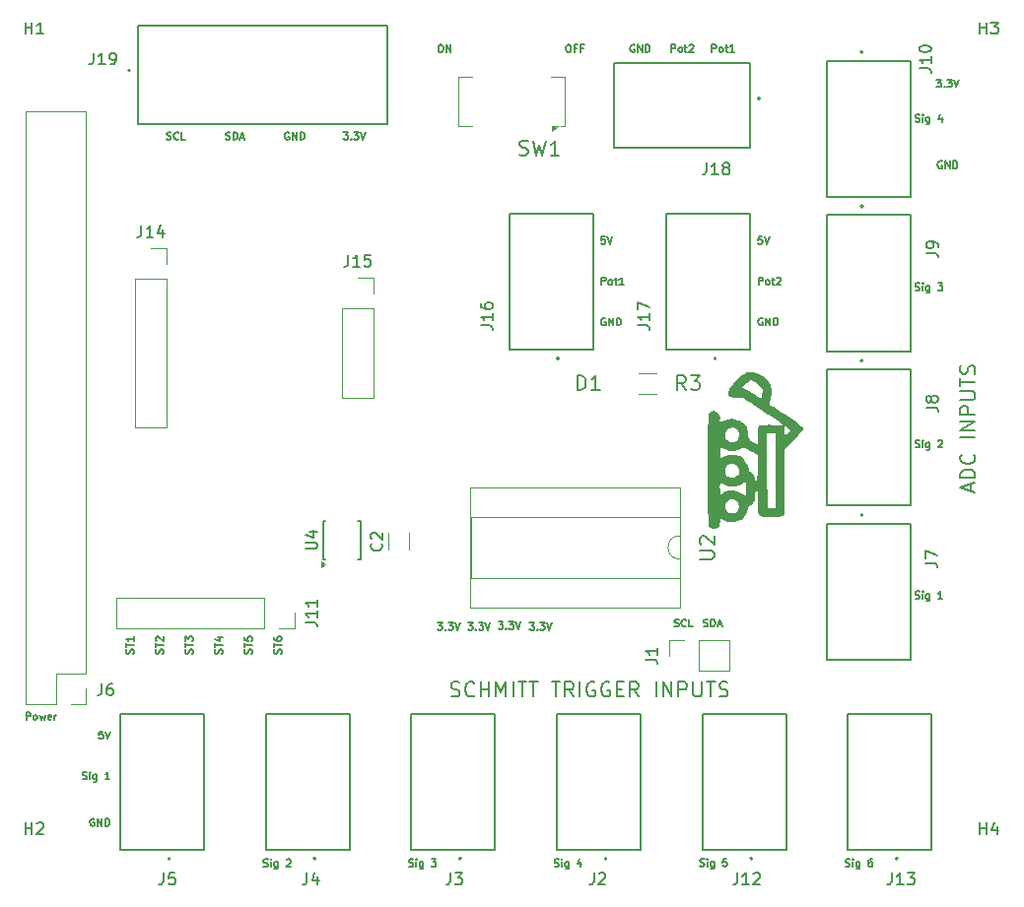
<source format=gto>
%TF.GenerationSoftware,KiCad,Pcbnew,8.0.6*%
%TF.CreationDate,2025-02-04T19:04:09-05:00*%
%TF.ProjectId,Jetson_Extension_Board,4a657473-6f6e-45f4-9578-74656e73696f,rev?*%
%TF.SameCoordinates,Original*%
%TF.FileFunction,Legend,Top*%
%TF.FilePolarity,Positive*%
%FSLAX46Y46*%
G04 Gerber Fmt 4.6, Leading zero omitted, Abs format (unit mm)*
G04 Created by KiCad (PCBNEW 8.0.6) date 2025-02-04 19:04:09*
%MOMM*%
%LPD*%
G01*
G04 APERTURE LIST*
%ADD10C,0.127000*%
%ADD11C,0.150000*%
%ADD12C,0.200000*%
%ADD13C,0.120000*%
%ADD14C,0.000000*%
G04 APERTURE END LIST*
D10*
X115574266Y-80810684D02*
X115967361Y-80810684D01*
X115967361Y-80810684D02*
X115755694Y-81052588D01*
X115755694Y-81052588D02*
X115846409Y-81052588D01*
X115846409Y-81052588D02*
X115906885Y-81082826D01*
X115906885Y-81082826D02*
X115937123Y-81113065D01*
X115937123Y-81113065D02*
X115967361Y-81173541D01*
X115967361Y-81173541D02*
X115967361Y-81324731D01*
X115967361Y-81324731D02*
X115937123Y-81385207D01*
X115937123Y-81385207D02*
X115906885Y-81415446D01*
X115906885Y-81415446D02*
X115846409Y-81445684D01*
X115846409Y-81445684D02*
X115664980Y-81445684D01*
X115664980Y-81445684D02*
X115604504Y-81415446D01*
X115604504Y-81415446D02*
X115574266Y-81385207D01*
X116239504Y-81385207D02*
X116269742Y-81415446D01*
X116269742Y-81415446D02*
X116239504Y-81445684D01*
X116239504Y-81445684D02*
X116209266Y-81415446D01*
X116209266Y-81415446D02*
X116239504Y-81385207D01*
X116239504Y-81385207D02*
X116239504Y-81445684D01*
X116481409Y-80810684D02*
X116874504Y-80810684D01*
X116874504Y-80810684D02*
X116662837Y-81052588D01*
X116662837Y-81052588D02*
X116753552Y-81052588D01*
X116753552Y-81052588D02*
X116814028Y-81082826D01*
X116814028Y-81082826D02*
X116844266Y-81113065D01*
X116844266Y-81113065D02*
X116874504Y-81173541D01*
X116874504Y-81173541D02*
X116874504Y-81324731D01*
X116874504Y-81324731D02*
X116844266Y-81385207D01*
X116844266Y-81385207D02*
X116814028Y-81415446D01*
X116814028Y-81415446D02*
X116753552Y-81445684D01*
X116753552Y-81445684D02*
X116572123Y-81445684D01*
X116572123Y-81445684D02*
X116511647Y-81415446D01*
X116511647Y-81415446D02*
X116481409Y-81385207D01*
X117055933Y-80810684D02*
X117267599Y-81445684D01*
X117267599Y-81445684D02*
X117479266Y-80810684D01*
X110897361Y-80840922D02*
X110836885Y-80810684D01*
X110836885Y-80810684D02*
X110746171Y-80810684D01*
X110746171Y-80810684D02*
X110655456Y-80840922D01*
X110655456Y-80840922D02*
X110594980Y-80901398D01*
X110594980Y-80901398D02*
X110564742Y-80961874D01*
X110564742Y-80961874D02*
X110534504Y-81082826D01*
X110534504Y-81082826D02*
X110534504Y-81173541D01*
X110534504Y-81173541D02*
X110564742Y-81294493D01*
X110564742Y-81294493D02*
X110594980Y-81354969D01*
X110594980Y-81354969D02*
X110655456Y-81415446D01*
X110655456Y-81415446D02*
X110746171Y-81445684D01*
X110746171Y-81445684D02*
X110806647Y-81445684D01*
X110806647Y-81445684D02*
X110897361Y-81415446D01*
X110897361Y-81415446D02*
X110927599Y-81385207D01*
X110927599Y-81385207D02*
X110927599Y-81173541D01*
X110927599Y-81173541D02*
X110806647Y-81173541D01*
X111199742Y-81445684D02*
X111199742Y-80810684D01*
X111199742Y-80810684D02*
X111562599Y-81445684D01*
X111562599Y-81445684D02*
X111562599Y-80810684D01*
X111864980Y-81445684D02*
X111864980Y-80810684D01*
X111864980Y-80810684D02*
X112016170Y-80810684D01*
X112016170Y-80810684D02*
X112106885Y-80840922D01*
X112106885Y-80840922D02*
X112167361Y-80901398D01*
X112167361Y-80901398D02*
X112197599Y-80961874D01*
X112197599Y-80961874D02*
X112227837Y-81082826D01*
X112227837Y-81082826D02*
X112227837Y-81173541D01*
X112227837Y-81173541D02*
X112197599Y-81294493D01*
X112197599Y-81294493D02*
X112167361Y-81354969D01*
X112167361Y-81354969D02*
X112106885Y-81415446D01*
X112106885Y-81415446D02*
X112016170Y-81445684D01*
X112016170Y-81445684D02*
X111864980Y-81445684D01*
X105464504Y-81415446D02*
X105555218Y-81445684D01*
X105555218Y-81445684D02*
X105706409Y-81445684D01*
X105706409Y-81445684D02*
X105766885Y-81415446D01*
X105766885Y-81415446D02*
X105797123Y-81385207D01*
X105797123Y-81385207D02*
X105827361Y-81324731D01*
X105827361Y-81324731D02*
X105827361Y-81264255D01*
X105827361Y-81264255D02*
X105797123Y-81203779D01*
X105797123Y-81203779D02*
X105766885Y-81173541D01*
X105766885Y-81173541D02*
X105706409Y-81143303D01*
X105706409Y-81143303D02*
X105585456Y-81113065D01*
X105585456Y-81113065D02*
X105524980Y-81082826D01*
X105524980Y-81082826D02*
X105494742Y-81052588D01*
X105494742Y-81052588D02*
X105464504Y-80992112D01*
X105464504Y-80992112D02*
X105464504Y-80931636D01*
X105464504Y-80931636D02*
X105494742Y-80871160D01*
X105494742Y-80871160D02*
X105524980Y-80840922D01*
X105524980Y-80840922D02*
X105585456Y-80810684D01*
X105585456Y-80810684D02*
X105736647Y-80810684D01*
X105736647Y-80810684D02*
X105827361Y-80840922D01*
X106099504Y-81445684D02*
X106099504Y-80810684D01*
X106099504Y-80810684D02*
X106250694Y-80810684D01*
X106250694Y-80810684D02*
X106341409Y-80840922D01*
X106341409Y-80840922D02*
X106401885Y-80901398D01*
X106401885Y-80901398D02*
X106432123Y-80961874D01*
X106432123Y-80961874D02*
X106462361Y-81082826D01*
X106462361Y-81082826D02*
X106462361Y-81173541D01*
X106462361Y-81173541D02*
X106432123Y-81294493D01*
X106432123Y-81294493D02*
X106401885Y-81354969D01*
X106401885Y-81354969D02*
X106341409Y-81415446D01*
X106341409Y-81415446D02*
X106250694Y-81445684D01*
X106250694Y-81445684D02*
X106099504Y-81445684D01*
X106704266Y-81264255D02*
X107006647Y-81264255D01*
X106643790Y-81445684D02*
X106855456Y-80810684D01*
X106855456Y-80810684D02*
X107067123Y-81445684D01*
X100394504Y-81415446D02*
X100485218Y-81445684D01*
X100485218Y-81445684D02*
X100636409Y-81445684D01*
X100636409Y-81445684D02*
X100696885Y-81415446D01*
X100696885Y-81415446D02*
X100727123Y-81385207D01*
X100727123Y-81385207D02*
X100757361Y-81324731D01*
X100757361Y-81324731D02*
X100757361Y-81264255D01*
X100757361Y-81264255D02*
X100727123Y-81203779D01*
X100727123Y-81203779D02*
X100696885Y-81173541D01*
X100696885Y-81173541D02*
X100636409Y-81143303D01*
X100636409Y-81143303D02*
X100515456Y-81113065D01*
X100515456Y-81113065D02*
X100454980Y-81082826D01*
X100454980Y-81082826D02*
X100424742Y-81052588D01*
X100424742Y-81052588D02*
X100394504Y-80992112D01*
X100394504Y-80992112D02*
X100394504Y-80931636D01*
X100394504Y-80931636D02*
X100424742Y-80871160D01*
X100424742Y-80871160D02*
X100454980Y-80840922D01*
X100454980Y-80840922D02*
X100515456Y-80810684D01*
X100515456Y-80810684D02*
X100666647Y-80810684D01*
X100666647Y-80810684D02*
X100757361Y-80840922D01*
X101392361Y-81385207D02*
X101362123Y-81415446D01*
X101362123Y-81415446D02*
X101271409Y-81445684D01*
X101271409Y-81445684D02*
X101210933Y-81445684D01*
X101210933Y-81445684D02*
X101120218Y-81415446D01*
X101120218Y-81415446D02*
X101059742Y-81354969D01*
X101059742Y-81354969D02*
X101029504Y-81294493D01*
X101029504Y-81294493D02*
X100999266Y-81173541D01*
X100999266Y-81173541D02*
X100999266Y-81082826D01*
X100999266Y-81082826D02*
X101029504Y-80961874D01*
X101029504Y-80961874D02*
X101059742Y-80901398D01*
X101059742Y-80901398D02*
X101120218Y-80840922D01*
X101120218Y-80840922D02*
X101210933Y-80810684D01*
X101210933Y-80810684D02*
X101271409Y-80810684D01*
X101271409Y-80810684D02*
X101362123Y-80840922D01*
X101362123Y-80840922D02*
X101392361Y-80871160D01*
X101966885Y-81445684D02*
X101664504Y-81445684D01*
X101664504Y-81445684D02*
X101664504Y-80810684D01*
X138037123Y-89780684D02*
X137734742Y-89780684D01*
X137734742Y-89780684D02*
X137704504Y-90083065D01*
X137704504Y-90083065D02*
X137734742Y-90052826D01*
X137734742Y-90052826D02*
X137795218Y-90022588D01*
X137795218Y-90022588D02*
X137946409Y-90022588D01*
X137946409Y-90022588D02*
X138006885Y-90052826D01*
X138006885Y-90052826D02*
X138037123Y-90083065D01*
X138037123Y-90083065D02*
X138067361Y-90143541D01*
X138067361Y-90143541D02*
X138067361Y-90294731D01*
X138067361Y-90294731D02*
X138037123Y-90355207D01*
X138037123Y-90355207D02*
X138006885Y-90385446D01*
X138006885Y-90385446D02*
X137946409Y-90415684D01*
X137946409Y-90415684D02*
X137795218Y-90415684D01*
X137795218Y-90415684D02*
X137734742Y-90385446D01*
X137734742Y-90385446D02*
X137704504Y-90355207D01*
X138248790Y-89780684D02*
X138460456Y-90415684D01*
X138460456Y-90415684D02*
X138672123Y-89780684D01*
X137734742Y-93915684D02*
X137734742Y-93280684D01*
X137734742Y-93280684D02*
X137976647Y-93280684D01*
X137976647Y-93280684D02*
X138037123Y-93310922D01*
X138037123Y-93310922D02*
X138067361Y-93341160D01*
X138067361Y-93341160D02*
X138097599Y-93401636D01*
X138097599Y-93401636D02*
X138097599Y-93492350D01*
X138097599Y-93492350D02*
X138067361Y-93552826D01*
X138067361Y-93552826D02*
X138037123Y-93583065D01*
X138037123Y-93583065D02*
X137976647Y-93613303D01*
X137976647Y-93613303D02*
X137734742Y-93613303D01*
X138460456Y-93915684D02*
X138399980Y-93885446D01*
X138399980Y-93885446D02*
X138369742Y-93855207D01*
X138369742Y-93855207D02*
X138339504Y-93794731D01*
X138339504Y-93794731D02*
X138339504Y-93613303D01*
X138339504Y-93613303D02*
X138369742Y-93552826D01*
X138369742Y-93552826D02*
X138399980Y-93522588D01*
X138399980Y-93522588D02*
X138460456Y-93492350D01*
X138460456Y-93492350D02*
X138551171Y-93492350D01*
X138551171Y-93492350D02*
X138611647Y-93522588D01*
X138611647Y-93522588D02*
X138641885Y-93552826D01*
X138641885Y-93552826D02*
X138672123Y-93613303D01*
X138672123Y-93613303D02*
X138672123Y-93794731D01*
X138672123Y-93794731D02*
X138641885Y-93855207D01*
X138641885Y-93855207D02*
X138611647Y-93885446D01*
X138611647Y-93885446D02*
X138551171Y-93915684D01*
X138551171Y-93915684D02*
X138460456Y-93915684D01*
X138853552Y-93492350D02*
X139095456Y-93492350D01*
X138944266Y-93280684D02*
X138944266Y-93824969D01*
X138944266Y-93824969D02*
X138974504Y-93885446D01*
X138974504Y-93885446D02*
X139034980Y-93915684D01*
X139034980Y-93915684D02*
X139095456Y-93915684D01*
X139639742Y-93915684D02*
X139276885Y-93915684D01*
X139458313Y-93915684D02*
X139458313Y-93280684D01*
X139458313Y-93280684D02*
X139397837Y-93371398D01*
X139397837Y-93371398D02*
X139337361Y-93431874D01*
X139337361Y-93431874D02*
X139276885Y-93462112D01*
X164704504Y-94385446D02*
X164795218Y-94415684D01*
X164795218Y-94415684D02*
X164946409Y-94415684D01*
X164946409Y-94415684D02*
X165006885Y-94385446D01*
X165006885Y-94385446D02*
X165037123Y-94355207D01*
X165037123Y-94355207D02*
X165067361Y-94294731D01*
X165067361Y-94294731D02*
X165067361Y-94234255D01*
X165067361Y-94234255D02*
X165037123Y-94173779D01*
X165037123Y-94173779D02*
X165006885Y-94143541D01*
X165006885Y-94143541D02*
X164946409Y-94113303D01*
X164946409Y-94113303D02*
X164825456Y-94083065D01*
X164825456Y-94083065D02*
X164764980Y-94052826D01*
X164764980Y-94052826D02*
X164734742Y-94022588D01*
X164734742Y-94022588D02*
X164704504Y-93962112D01*
X164704504Y-93962112D02*
X164704504Y-93901636D01*
X164704504Y-93901636D02*
X164734742Y-93841160D01*
X164734742Y-93841160D02*
X164764980Y-93810922D01*
X164764980Y-93810922D02*
X164825456Y-93780684D01*
X164825456Y-93780684D02*
X164976647Y-93780684D01*
X164976647Y-93780684D02*
X165067361Y-93810922D01*
X165339504Y-94415684D02*
X165339504Y-93992350D01*
X165339504Y-93780684D02*
X165309266Y-93810922D01*
X165309266Y-93810922D02*
X165339504Y-93841160D01*
X165339504Y-93841160D02*
X165369742Y-93810922D01*
X165369742Y-93810922D02*
X165339504Y-93780684D01*
X165339504Y-93780684D02*
X165339504Y-93841160D01*
X165914028Y-93992350D02*
X165914028Y-94506398D01*
X165914028Y-94506398D02*
X165883790Y-94566874D01*
X165883790Y-94566874D02*
X165853552Y-94597112D01*
X165853552Y-94597112D02*
X165793075Y-94627350D01*
X165793075Y-94627350D02*
X165702361Y-94627350D01*
X165702361Y-94627350D02*
X165641885Y-94597112D01*
X165914028Y-94385446D02*
X165853552Y-94415684D01*
X165853552Y-94415684D02*
X165732599Y-94415684D01*
X165732599Y-94415684D02*
X165672123Y-94385446D01*
X165672123Y-94385446D02*
X165641885Y-94355207D01*
X165641885Y-94355207D02*
X165611647Y-94294731D01*
X165611647Y-94294731D02*
X165611647Y-94113303D01*
X165611647Y-94113303D02*
X165641885Y-94052826D01*
X165641885Y-94052826D02*
X165672123Y-94022588D01*
X165672123Y-94022588D02*
X165732599Y-93992350D01*
X165732599Y-93992350D02*
X165853552Y-93992350D01*
X165853552Y-93992350D02*
X165914028Y-94022588D01*
X166639743Y-93780684D02*
X167032838Y-93780684D01*
X167032838Y-93780684D02*
X166821171Y-94022588D01*
X166821171Y-94022588D02*
X166911886Y-94022588D01*
X166911886Y-94022588D02*
X166972362Y-94052826D01*
X166972362Y-94052826D02*
X167002600Y-94083065D01*
X167002600Y-94083065D02*
X167032838Y-94143541D01*
X167032838Y-94143541D02*
X167032838Y-94294731D01*
X167032838Y-94294731D02*
X167002600Y-94355207D01*
X167002600Y-94355207D02*
X166972362Y-94385446D01*
X166972362Y-94385446D02*
X166911886Y-94415684D01*
X166911886Y-94415684D02*
X166730457Y-94415684D01*
X166730457Y-94415684D02*
X166669981Y-94385446D01*
X166669981Y-94385446D02*
X166639743Y-94355207D01*
X97515446Y-125625495D02*
X97545684Y-125534781D01*
X97545684Y-125534781D02*
X97545684Y-125383590D01*
X97545684Y-125383590D02*
X97515446Y-125323114D01*
X97515446Y-125323114D02*
X97485207Y-125292876D01*
X97485207Y-125292876D02*
X97424731Y-125262638D01*
X97424731Y-125262638D02*
X97364255Y-125262638D01*
X97364255Y-125262638D02*
X97303779Y-125292876D01*
X97303779Y-125292876D02*
X97273541Y-125323114D01*
X97273541Y-125323114D02*
X97243303Y-125383590D01*
X97243303Y-125383590D02*
X97213065Y-125504543D01*
X97213065Y-125504543D02*
X97182826Y-125565019D01*
X97182826Y-125565019D02*
X97152588Y-125595257D01*
X97152588Y-125595257D02*
X97092112Y-125625495D01*
X97092112Y-125625495D02*
X97031636Y-125625495D01*
X97031636Y-125625495D02*
X96971160Y-125595257D01*
X96971160Y-125595257D02*
X96940922Y-125565019D01*
X96940922Y-125565019D02*
X96910684Y-125504543D01*
X96910684Y-125504543D02*
X96910684Y-125353352D01*
X96910684Y-125353352D02*
X96940922Y-125262638D01*
X96910684Y-125081209D02*
X96910684Y-124718352D01*
X97545684Y-124899781D02*
X96910684Y-124899781D01*
X97545684Y-124174066D02*
X97545684Y-124536923D01*
X97545684Y-124355495D02*
X96910684Y-124355495D01*
X96910684Y-124355495D02*
X97001398Y-124415971D01*
X97001398Y-124415971D02*
X97061874Y-124476447D01*
X97061874Y-124476447D02*
X97092112Y-124536923D01*
X131574266Y-122980684D02*
X131967361Y-122980684D01*
X131967361Y-122980684D02*
X131755694Y-123222588D01*
X131755694Y-123222588D02*
X131846409Y-123222588D01*
X131846409Y-123222588D02*
X131906885Y-123252826D01*
X131906885Y-123252826D02*
X131937123Y-123283065D01*
X131937123Y-123283065D02*
X131967361Y-123343541D01*
X131967361Y-123343541D02*
X131967361Y-123494731D01*
X131967361Y-123494731D02*
X131937123Y-123555207D01*
X131937123Y-123555207D02*
X131906885Y-123585446D01*
X131906885Y-123585446D02*
X131846409Y-123615684D01*
X131846409Y-123615684D02*
X131664980Y-123615684D01*
X131664980Y-123615684D02*
X131604504Y-123585446D01*
X131604504Y-123585446D02*
X131574266Y-123555207D01*
X132239504Y-123555207D02*
X132269742Y-123585446D01*
X132269742Y-123585446D02*
X132239504Y-123615684D01*
X132239504Y-123615684D02*
X132209266Y-123585446D01*
X132209266Y-123585446D02*
X132239504Y-123555207D01*
X132239504Y-123555207D02*
X132239504Y-123615684D01*
X132481409Y-122980684D02*
X132874504Y-122980684D01*
X132874504Y-122980684D02*
X132662837Y-123222588D01*
X132662837Y-123222588D02*
X132753552Y-123222588D01*
X132753552Y-123222588D02*
X132814028Y-123252826D01*
X132814028Y-123252826D02*
X132844266Y-123283065D01*
X132844266Y-123283065D02*
X132874504Y-123343541D01*
X132874504Y-123343541D02*
X132874504Y-123494731D01*
X132874504Y-123494731D02*
X132844266Y-123555207D01*
X132844266Y-123555207D02*
X132814028Y-123585446D01*
X132814028Y-123585446D02*
X132753552Y-123615684D01*
X132753552Y-123615684D02*
X132572123Y-123615684D01*
X132572123Y-123615684D02*
X132511647Y-123585446D01*
X132511647Y-123585446D02*
X132481409Y-123555207D01*
X133055933Y-122980684D02*
X133267599Y-123615684D01*
X133267599Y-123615684D02*
X133479266Y-122980684D01*
X121204504Y-143917946D02*
X121295218Y-143948184D01*
X121295218Y-143948184D02*
X121446409Y-143948184D01*
X121446409Y-143948184D02*
X121506885Y-143917946D01*
X121506885Y-143917946D02*
X121537123Y-143887707D01*
X121537123Y-143887707D02*
X121567361Y-143827231D01*
X121567361Y-143827231D02*
X121567361Y-143766755D01*
X121567361Y-143766755D02*
X121537123Y-143706279D01*
X121537123Y-143706279D02*
X121506885Y-143676041D01*
X121506885Y-143676041D02*
X121446409Y-143645803D01*
X121446409Y-143645803D02*
X121325456Y-143615565D01*
X121325456Y-143615565D02*
X121264980Y-143585326D01*
X121264980Y-143585326D02*
X121234742Y-143555088D01*
X121234742Y-143555088D02*
X121204504Y-143494612D01*
X121204504Y-143494612D02*
X121204504Y-143434136D01*
X121204504Y-143434136D02*
X121234742Y-143373660D01*
X121234742Y-143373660D02*
X121264980Y-143343422D01*
X121264980Y-143343422D02*
X121325456Y-143313184D01*
X121325456Y-143313184D02*
X121476647Y-143313184D01*
X121476647Y-143313184D02*
X121567361Y-143343422D01*
X121839504Y-143948184D02*
X121839504Y-143524850D01*
X121839504Y-143313184D02*
X121809266Y-143343422D01*
X121809266Y-143343422D02*
X121839504Y-143373660D01*
X121839504Y-143373660D02*
X121869742Y-143343422D01*
X121869742Y-143343422D02*
X121839504Y-143313184D01*
X121839504Y-143313184D02*
X121839504Y-143373660D01*
X122414028Y-143524850D02*
X122414028Y-144038898D01*
X122414028Y-144038898D02*
X122383790Y-144099374D01*
X122383790Y-144099374D02*
X122353552Y-144129612D01*
X122353552Y-144129612D02*
X122293075Y-144159850D01*
X122293075Y-144159850D02*
X122202361Y-144159850D01*
X122202361Y-144159850D02*
X122141885Y-144129612D01*
X122414028Y-143917946D02*
X122353552Y-143948184D01*
X122353552Y-143948184D02*
X122232599Y-143948184D01*
X122232599Y-143948184D02*
X122172123Y-143917946D01*
X122172123Y-143917946D02*
X122141885Y-143887707D01*
X122141885Y-143887707D02*
X122111647Y-143827231D01*
X122111647Y-143827231D02*
X122111647Y-143645803D01*
X122111647Y-143645803D02*
X122141885Y-143585326D01*
X122141885Y-143585326D02*
X122172123Y-143555088D01*
X122172123Y-143555088D02*
X122232599Y-143524850D01*
X122232599Y-143524850D02*
X122353552Y-143524850D01*
X122353552Y-143524850D02*
X122414028Y-143555088D01*
X123139743Y-143313184D02*
X123532838Y-143313184D01*
X123532838Y-143313184D02*
X123321171Y-143555088D01*
X123321171Y-143555088D02*
X123411886Y-143555088D01*
X123411886Y-143555088D02*
X123472362Y-143585326D01*
X123472362Y-143585326D02*
X123502600Y-143615565D01*
X123502600Y-143615565D02*
X123532838Y-143676041D01*
X123532838Y-143676041D02*
X123532838Y-143827231D01*
X123532838Y-143827231D02*
X123502600Y-143887707D01*
X123502600Y-143887707D02*
X123472362Y-143917946D01*
X123472362Y-143917946D02*
X123411886Y-143948184D01*
X123411886Y-143948184D02*
X123230457Y-143948184D01*
X123230457Y-143948184D02*
X123169981Y-143917946D01*
X123169981Y-143917946D02*
X123139743Y-143887707D01*
X108704504Y-143917946D02*
X108795218Y-143948184D01*
X108795218Y-143948184D02*
X108946409Y-143948184D01*
X108946409Y-143948184D02*
X109006885Y-143917946D01*
X109006885Y-143917946D02*
X109037123Y-143887707D01*
X109037123Y-143887707D02*
X109067361Y-143827231D01*
X109067361Y-143827231D02*
X109067361Y-143766755D01*
X109067361Y-143766755D02*
X109037123Y-143706279D01*
X109037123Y-143706279D02*
X109006885Y-143676041D01*
X109006885Y-143676041D02*
X108946409Y-143645803D01*
X108946409Y-143645803D02*
X108825456Y-143615565D01*
X108825456Y-143615565D02*
X108764980Y-143585326D01*
X108764980Y-143585326D02*
X108734742Y-143555088D01*
X108734742Y-143555088D02*
X108704504Y-143494612D01*
X108704504Y-143494612D02*
X108704504Y-143434136D01*
X108704504Y-143434136D02*
X108734742Y-143373660D01*
X108734742Y-143373660D02*
X108764980Y-143343422D01*
X108764980Y-143343422D02*
X108825456Y-143313184D01*
X108825456Y-143313184D02*
X108976647Y-143313184D01*
X108976647Y-143313184D02*
X109067361Y-143343422D01*
X109339504Y-143948184D02*
X109339504Y-143524850D01*
X109339504Y-143313184D02*
X109309266Y-143343422D01*
X109309266Y-143343422D02*
X109339504Y-143373660D01*
X109339504Y-143373660D02*
X109369742Y-143343422D01*
X109369742Y-143343422D02*
X109339504Y-143313184D01*
X109339504Y-143313184D02*
X109339504Y-143373660D01*
X109914028Y-143524850D02*
X109914028Y-144038898D01*
X109914028Y-144038898D02*
X109883790Y-144099374D01*
X109883790Y-144099374D02*
X109853552Y-144129612D01*
X109853552Y-144129612D02*
X109793075Y-144159850D01*
X109793075Y-144159850D02*
X109702361Y-144159850D01*
X109702361Y-144159850D02*
X109641885Y-144129612D01*
X109914028Y-143917946D02*
X109853552Y-143948184D01*
X109853552Y-143948184D02*
X109732599Y-143948184D01*
X109732599Y-143948184D02*
X109672123Y-143917946D01*
X109672123Y-143917946D02*
X109641885Y-143887707D01*
X109641885Y-143887707D02*
X109611647Y-143827231D01*
X109611647Y-143827231D02*
X109611647Y-143645803D01*
X109611647Y-143645803D02*
X109641885Y-143585326D01*
X109641885Y-143585326D02*
X109672123Y-143555088D01*
X109672123Y-143555088D02*
X109732599Y-143524850D01*
X109732599Y-143524850D02*
X109853552Y-143524850D01*
X109853552Y-143524850D02*
X109914028Y-143555088D01*
X110669981Y-143373660D02*
X110700219Y-143343422D01*
X110700219Y-143343422D02*
X110760695Y-143313184D01*
X110760695Y-143313184D02*
X110911886Y-143313184D01*
X110911886Y-143313184D02*
X110972362Y-143343422D01*
X110972362Y-143343422D02*
X111002600Y-143373660D01*
X111002600Y-143373660D02*
X111032838Y-143434136D01*
X111032838Y-143434136D02*
X111032838Y-143494612D01*
X111032838Y-143494612D02*
X111002600Y-143585326D01*
X111002600Y-143585326D02*
X110639743Y-143948184D01*
X110639743Y-143948184D02*
X111032838Y-143948184D01*
X93152004Y-136417946D02*
X93242718Y-136448184D01*
X93242718Y-136448184D02*
X93393909Y-136448184D01*
X93393909Y-136448184D02*
X93454385Y-136417946D01*
X93454385Y-136417946D02*
X93484623Y-136387707D01*
X93484623Y-136387707D02*
X93514861Y-136327231D01*
X93514861Y-136327231D02*
X93514861Y-136266755D01*
X93514861Y-136266755D02*
X93484623Y-136206279D01*
X93484623Y-136206279D02*
X93454385Y-136176041D01*
X93454385Y-136176041D02*
X93393909Y-136145803D01*
X93393909Y-136145803D02*
X93272956Y-136115565D01*
X93272956Y-136115565D02*
X93212480Y-136085326D01*
X93212480Y-136085326D02*
X93182242Y-136055088D01*
X93182242Y-136055088D02*
X93152004Y-135994612D01*
X93152004Y-135994612D02*
X93152004Y-135934136D01*
X93152004Y-135934136D02*
X93182242Y-135873660D01*
X93182242Y-135873660D02*
X93212480Y-135843422D01*
X93212480Y-135843422D02*
X93272956Y-135813184D01*
X93272956Y-135813184D02*
X93424147Y-135813184D01*
X93424147Y-135813184D02*
X93514861Y-135843422D01*
X93787004Y-136448184D02*
X93787004Y-136024850D01*
X93787004Y-135813184D02*
X93756766Y-135843422D01*
X93756766Y-135843422D02*
X93787004Y-135873660D01*
X93787004Y-135873660D02*
X93817242Y-135843422D01*
X93817242Y-135843422D02*
X93787004Y-135813184D01*
X93787004Y-135813184D02*
X93787004Y-135873660D01*
X94361528Y-136024850D02*
X94361528Y-136538898D01*
X94361528Y-136538898D02*
X94331290Y-136599374D01*
X94331290Y-136599374D02*
X94301052Y-136629612D01*
X94301052Y-136629612D02*
X94240575Y-136659850D01*
X94240575Y-136659850D02*
X94149861Y-136659850D01*
X94149861Y-136659850D02*
X94089385Y-136629612D01*
X94361528Y-136417946D02*
X94301052Y-136448184D01*
X94301052Y-136448184D02*
X94180099Y-136448184D01*
X94180099Y-136448184D02*
X94119623Y-136417946D01*
X94119623Y-136417946D02*
X94089385Y-136387707D01*
X94089385Y-136387707D02*
X94059147Y-136327231D01*
X94059147Y-136327231D02*
X94059147Y-136145803D01*
X94059147Y-136145803D02*
X94089385Y-136085326D01*
X94089385Y-136085326D02*
X94119623Y-136055088D01*
X94119623Y-136055088D02*
X94180099Y-136024850D01*
X94180099Y-136024850D02*
X94301052Y-136024850D01*
X94301052Y-136024850D02*
X94361528Y-136055088D01*
X95480338Y-136448184D02*
X95117481Y-136448184D01*
X95298909Y-136448184D02*
X95298909Y-135813184D01*
X95298909Y-135813184D02*
X95238433Y-135903898D01*
X95238433Y-135903898D02*
X95177957Y-135964374D01*
X95177957Y-135964374D02*
X95117481Y-135994612D01*
X123674266Y-122980684D02*
X124067361Y-122980684D01*
X124067361Y-122980684D02*
X123855694Y-123222588D01*
X123855694Y-123222588D02*
X123946409Y-123222588D01*
X123946409Y-123222588D02*
X124006885Y-123252826D01*
X124006885Y-123252826D02*
X124037123Y-123283065D01*
X124037123Y-123283065D02*
X124067361Y-123343541D01*
X124067361Y-123343541D02*
X124067361Y-123494731D01*
X124067361Y-123494731D02*
X124037123Y-123555207D01*
X124037123Y-123555207D02*
X124006885Y-123585446D01*
X124006885Y-123585446D02*
X123946409Y-123615684D01*
X123946409Y-123615684D02*
X123764980Y-123615684D01*
X123764980Y-123615684D02*
X123704504Y-123585446D01*
X123704504Y-123585446D02*
X123674266Y-123555207D01*
X124339504Y-123555207D02*
X124369742Y-123585446D01*
X124369742Y-123585446D02*
X124339504Y-123615684D01*
X124339504Y-123615684D02*
X124309266Y-123585446D01*
X124309266Y-123585446D02*
X124339504Y-123555207D01*
X124339504Y-123555207D02*
X124339504Y-123615684D01*
X124581409Y-122980684D02*
X124974504Y-122980684D01*
X124974504Y-122980684D02*
X124762837Y-123222588D01*
X124762837Y-123222588D02*
X124853552Y-123222588D01*
X124853552Y-123222588D02*
X124914028Y-123252826D01*
X124914028Y-123252826D02*
X124944266Y-123283065D01*
X124944266Y-123283065D02*
X124974504Y-123343541D01*
X124974504Y-123343541D02*
X124974504Y-123494731D01*
X124974504Y-123494731D02*
X124944266Y-123555207D01*
X124944266Y-123555207D02*
X124914028Y-123585446D01*
X124914028Y-123585446D02*
X124853552Y-123615684D01*
X124853552Y-123615684D02*
X124672123Y-123615684D01*
X124672123Y-123615684D02*
X124611647Y-123585446D01*
X124611647Y-123585446D02*
X124581409Y-123555207D01*
X125155933Y-122980684D02*
X125367599Y-123615684D01*
X125367599Y-123615684D02*
X125579266Y-122980684D01*
X164704504Y-107885446D02*
X164795218Y-107915684D01*
X164795218Y-107915684D02*
X164946409Y-107915684D01*
X164946409Y-107915684D02*
X165006885Y-107885446D01*
X165006885Y-107885446D02*
X165037123Y-107855207D01*
X165037123Y-107855207D02*
X165067361Y-107794731D01*
X165067361Y-107794731D02*
X165067361Y-107734255D01*
X165067361Y-107734255D02*
X165037123Y-107673779D01*
X165037123Y-107673779D02*
X165006885Y-107643541D01*
X165006885Y-107643541D02*
X164946409Y-107613303D01*
X164946409Y-107613303D02*
X164825456Y-107583065D01*
X164825456Y-107583065D02*
X164764980Y-107552826D01*
X164764980Y-107552826D02*
X164734742Y-107522588D01*
X164734742Y-107522588D02*
X164704504Y-107462112D01*
X164704504Y-107462112D02*
X164704504Y-107401636D01*
X164704504Y-107401636D02*
X164734742Y-107341160D01*
X164734742Y-107341160D02*
X164764980Y-107310922D01*
X164764980Y-107310922D02*
X164825456Y-107280684D01*
X164825456Y-107280684D02*
X164976647Y-107280684D01*
X164976647Y-107280684D02*
X165067361Y-107310922D01*
X165339504Y-107915684D02*
X165339504Y-107492350D01*
X165339504Y-107280684D02*
X165309266Y-107310922D01*
X165309266Y-107310922D02*
X165339504Y-107341160D01*
X165339504Y-107341160D02*
X165369742Y-107310922D01*
X165369742Y-107310922D02*
X165339504Y-107280684D01*
X165339504Y-107280684D02*
X165339504Y-107341160D01*
X165914028Y-107492350D02*
X165914028Y-108006398D01*
X165914028Y-108006398D02*
X165883790Y-108066874D01*
X165883790Y-108066874D02*
X165853552Y-108097112D01*
X165853552Y-108097112D02*
X165793075Y-108127350D01*
X165793075Y-108127350D02*
X165702361Y-108127350D01*
X165702361Y-108127350D02*
X165641885Y-108097112D01*
X165914028Y-107885446D02*
X165853552Y-107915684D01*
X165853552Y-107915684D02*
X165732599Y-107915684D01*
X165732599Y-107915684D02*
X165672123Y-107885446D01*
X165672123Y-107885446D02*
X165641885Y-107855207D01*
X165641885Y-107855207D02*
X165611647Y-107794731D01*
X165611647Y-107794731D02*
X165611647Y-107613303D01*
X165611647Y-107613303D02*
X165641885Y-107552826D01*
X165641885Y-107552826D02*
X165672123Y-107522588D01*
X165672123Y-107522588D02*
X165732599Y-107492350D01*
X165732599Y-107492350D02*
X165853552Y-107492350D01*
X165853552Y-107492350D02*
X165914028Y-107522588D01*
X166669981Y-107341160D02*
X166700219Y-107310922D01*
X166700219Y-107310922D02*
X166760695Y-107280684D01*
X166760695Y-107280684D02*
X166911886Y-107280684D01*
X166911886Y-107280684D02*
X166972362Y-107310922D01*
X166972362Y-107310922D02*
X167002600Y-107341160D01*
X167002600Y-107341160D02*
X167032838Y-107401636D01*
X167032838Y-107401636D02*
X167032838Y-107462112D01*
X167032838Y-107462112D02*
X167002600Y-107552826D01*
X167002600Y-107552826D02*
X166639743Y-107915684D01*
X166639743Y-107915684D02*
X167032838Y-107915684D01*
X164704504Y-79885446D02*
X164795218Y-79915684D01*
X164795218Y-79915684D02*
X164946409Y-79915684D01*
X164946409Y-79915684D02*
X165006885Y-79885446D01*
X165006885Y-79885446D02*
X165037123Y-79855207D01*
X165037123Y-79855207D02*
X165067361Y-79794731D01*
X165067361Y-79794731D02*
X165067361Y-79734255D01*
X165067361Y-79734255D02*
X165037123Y-79673779D01*
X165037123Y-79673779D02*
X165006885Y-79643541D01*
X165006885Y-79643541D02*
X164946409Y-79613303D01*
X164946409Y-79613303D02*
X164825456Y-79583065D01*
X164825456Y-79583065D02*
X164764980Y-79552826D01*
X164764980Y-79552826D02*
X164734742Y-79522588D01*
X164734742Y-79522588D02*
X164704504Y-79462112D01*
X164704504Y-79462112D02*
X164704504Y-79401636D01*
X164704504Y-79401636D02*
X164734742Y-79341160D01*
X164734742Y-79341160D02*
X164764980Y-79310922D01*
X164764980Y-79310922D02*
X164825456Y-79280684D01*
X164825456Y-79280684D02*
X164976647Y-79280684D01*
X164976647Y-79280684D02*
X165067361Y-79310922D01*
X165339504Y-79915684D02*
X165339504Y-79492350D01*
X165339504Y-79280684D02*
X165309266Y-79310922D01*
X165309266Y-79310922D02*
X165339504Y-79341160D01*
X165339504Y-79341160D02*
X165369742Y-79310922D01*
X165369742Y-79310922D02*
X165339504Y-79280684D01*
X165339504Y-79280684D02*
X165339504Y-79341160D01*
X165914028Y-79492350D02*
X165914028Y-80006398D01*
X165914028Y-80006398D02*
X165883790Y-80066874D01*
X165883790Y-80066874D02*
X165853552Y-80097112D01*
X165853552Y-80097112D02*
X165793075Y-80127350D01*
X165793075Y-80127350D02*
X165702361Y-80127350D01*
X165702361Y-80127350D02*
X165641885Y-80097112D01*
X165914028Y-79885446D02*
X165853552Y-79915684D01*
X165853552Y-79915684D02*
X165732599Y-79915684D01*
X165732599Y-79915684D02*
X165672123Y-79885446D01*
X165672123Y-79885446D02*
X165641885Y-79855207D01*
X165641885Y-79855207D02*
X165611647Y-79794731D01*
X165611647Y-79794731D02*
X165611647Y-79613303D01*
X165611647Y-79613303D02*
X165641885Y-79552826D01*
X165641885Y-79552826D02*
X165672123Y-79522588D01*
X165672123Y-79522588D02*
X165732599Y-79492350D01*
X165732599Y-79492350D02*
X165853552Y-79492350D01*
X165853552Y-79492350D02*
X165914028Y-79522588D01*
X166972362Y-79492350D02*
X166972362Y-79915684D01*
X166821171Y-79250446D02*
X166669981Y-79704017D01*
X166669981Y-79704017D02*
X167063076Y-79704017D01*
X140567361Y-73310922D02*
X140506885Y-73280684D01*
X140506885Y-73280684D02*
X140416171Y-73280684D01*
X140416171Y-73280684D02*
X140325456Y-73310922D01*
X140325456Y-73310922D02*
X140264980Y-73371398D01*
X140264980Y-73371398D02*
X140234742Y-73431874D01*
X140234742Y-73431874D02*
X140204504Y-73552826D01*
X140204504Y-73552826D02*
X140204504Y-73643541D01*
X140204504Y-73643541D02*
X140234742Y-73764493D01*
X140234742Y-73764493D02*
X140264980Y-73824969D01*
X140264980Y-73824969D02*
X140325456Y-73885446D01*
X140325456Y-73885446D02*
X140416171Y-73915684D01*
X140416171Y-73915684D02*
X140476647Y-73915684D01*
X140476647Y-73915684D02*
X140567361Y-73885446D01*
X140567361Y-73885446D02*
X140597599Y-73855207D01*
X140597599Y-73855207D02*
X140597599Y-73643541D01*
X140597599Y-73643541D02*
X140476647Y-73643541D01*
X140869742Y-73915684D02*
X140869742Y-73280684D01*
X140869742Y-73280684D02*
X141232599Y-73915684D01*
X141232599Y-73915684D02*
X141232599Y-73280684D01*
X141534980Y-73915684D02*
X141534980Y-73280684D01*
X141534980Y-73280684D02*
X141686170Y-73280684D01*
X141686170Y-73280684D02*
X141776885Y-73310922D01*
X141776885Y-73310922D02*
X141837361Y-73371398D01*
X141837361Y-73371398D02*
X141867599Y-73431874D01*
X141867599Y-73431874D02*
X141897837Y-73552826D01*
X141897837Y-73552826D02*
X141897837Y-73643541D01*
X141897837Y-73643541D02*
X141867599Y-73764493D01*
X141867599Y-73764493D02*
X141837361Y-73824969D01*
X141837361Y-73824969D02*
X141776885Y-73885446D01*
X141776885Y-73885446D02*
X141686170Y-73915684D01*
X141686170Y-73915684D02*
X141534980Y-73915684D01*
X100055446Y-125625495D02*
X100085684Y-125534781D01*
X100085684Y-125534781D02*
X100085684Y-125383590D01*
X100085684Y-125383590D02*
X100055446Y-125323114D01*
X100055446Y-125323114D02*
X100025207Y-125292876D01*
X100025207Y-125292876D02*
X99964731Y-125262638D01*
X99964731Y-125262638D02*
X99904255Y-125262638D01*
X99904255Y-125262638D02*
X99843779Y-125292876D01*
X99843779Y-125292876D02*
X99813541Y-125323114D01*
X99813541Y-125323114D02*
X99783303Y-125383590D01*
X99783303Y-125383590D02*
X99753065Y-125504543D01*
X99753065Y-125504543D02*
X99722826Y-125565019D01*
X99722826Y-125565019D02*
X99692588Y-125595257D01*
X99692588Y-125595257D02*
X99632112Y-125625495D01*
X99632112Y-125625495D02*
X99571636Y-125625495D01*
X99571636Y-125625495D02*
X99511160Y-125595257D01*
X99511160Y-125595257D02*
X99480922Y-125565019D01*
X99480922Y-125565019D02*
X99450684Y-125504543D01*
X99450684Y-125504543D02*
X99450684Y-125353352D01*
X99450684Y-125353352D02*
X99480922Y-125262638D01*
X99450684Y-125081209D02*
X99450684Y-124718352D01*
X100085684Y-124899781D02*
X99450684Y-124899781D01*
X99511160Y-124536923D02*
X99480922Y-124506685D01*
X99480922Y-124506685D02*
X99450684Y-124446209D01*
X99450684Y-124446209D02*
X99450684Y-124295018D01*
X99450684Y-124295018D02*
X99480922Y-124234542D01*
X99480922Y-124234542D02*
X99511160Y-124204304D01*
X99511160Y-124204304D02*
X99571636Y-124174066D01*
X99571636Y-124174066D02*
X99632112Y-124174066D01*
X99632112Y-124174066D02*
X99722826Y-124204304D01*
X99722826Y-124204304D02*
X100085684Y-124567161D01*
X100085684Y-124567161D02*
X100085684Y-124174066D01*
X151567361Y-96810922D02*
X151506885Y-96780684D01*
X151506885Y-96780684D02*
X151416171Y-96780684D01*
X151416171Y-96780684D02*
X151325456Y-96810922D01*
X151325456Y-96810922D02*
X151264980Y-96871398D01*
X151264980Y-96871398D02*
X151234742Y-96931874D01*
X151234742Y-96931874D02*
X151204504Y-97052826D01*
X151204504Y-97052826D02*
X151204504Y-97143541D01*
X151204504Y-97143541D02*
X151234742Y-97264493D01*
X151234742Y-97264493D02*
X151264980Y-97324969D01*
X151264980Y-97324969D02*
X151325456Y-97385446D01*
X151325456Y-97385446D02*
X151416171Y-97415684D01*
X151416171Y-97415684D02*
X151476647Y-97415684D01*
X151476647Y-97415684D02*
X151567361Y-97385446D01*
X151567361Y-97385446D02*
X151597599Y-97355207D01*
X151597599Y-97355207D02*
X151597599Y-97143541D01*
X151597599Y-97143541D02*
X151476647Y-97143541D01*
X151869742Y-97415684D02*
X151869742Y-96780684D01*
X151869742Y-96780684D02*
X152232599Y-97415684D01*
X152232599Y-97415684D02*
X152232599Y-96780684D01*
X152534980Y-97415684D02*
X152534980Y-96780684D01*
X152534980Y-96780684D02*
X152686170Y-96780684D01*
X152686170Y-96780684D02*
X152776885Y-96810922D01*
X152776885Y-96810922D02*
X152837361Y-96871398D01*
X152837361Y-96871398D02*
X152867599Y-96931874D01*
X152867599Y-96931874D02*
X152897837Y-97052826D01*
X152897837Y-97052826D02*
X152897837Y-97143541D01*
X152897837Y-97143541D02*
X152867599Y-97264493D01*
X152867599Y-97264493D02*
X152837361Y-97324969D01*
X152837361Y-97324969D02*
X152776885Y-97385446D01*
X152776885Y-97385446D02*
X152686170Y-97415684D01*
X152686170Y-97415684D02*
X152534980Y-97415684D01*
X107675446Y-125625495D02*
X107705684Y-125534781D01*
X107705684Y-125534781D02*
X107705684Y-125383590D01*
X107705684Y-125383590D02*
X107675446Y-125323114D01*
X107675446Y-125323114D02*
X107645207Y-125292876D01*
X107645207Y-125292876D02*
X107584731Y-125262638D01*
X107584731Y-125262638D02*
X107524255Y-125262638D01*
X107524255Y-125262638D02*
X107463779Y-125292876D01*
X107463779Y-125292876D02*
X107433541Y-125323114D01*
X107433541Y-125323114D02*
X107403303Y-125383590D01*
X107403303Y-125383590D02*
X107373065Y-125504543D01*
X107373065Y-125504543D02*
X107342826Y-125565019D01*
X107342826Y-125565019D02*
X107312588Y-125595257D01*
X107312588Y-125595257D02*
X107252112Y-125625495D01*
X107252112Y-125625495D02*
X107191636Y-125625495D01*
X107191636Y-125625495D02*
X107131160Y-125595257D01*
X107131160Y-125595257D02*
X107100922Y-125565019D01*
X107100922Y-125565019D02*
X107070684Y-125504543D01*
X107070684Y-125504543D02*
X107070684Y-125353352D01*
X107070684Y-125353352D02*
X107100922Y-125262638D01*
X107070684Y-125081209D02*
X107070684Y-124718352D01*
X107705684Y-124899781D02*
X107070684Y-124899781D01*
X107070684Y-124204304D02*
X107070684Y-124506685D01*
X107070684Y-124506685D02*
X107373065Y-124536923D01*
X107373065Y-124536923D02*
X107342826Y-124506685D01*
X107342826Y-124506685D02*
X107312588Y-124446209D01*
X107312588Y-124446209D02*
X107312588Y-124295018D01*
X107312588Y-124295018D02*
X107342826Y-124234542D01*
X107342826Y-124234542D02*
X107373065Y-124204304D01*
X107373065Y-124204304D02*
X107433541Y-124174066D01*
X107433541Y-124174066D02*
X107584731Y-124174066D01*
X107584731Y-124174066D02*
X107645207Y-124204304D01*
X107645207Y-124204304D02*
X107675446Y-124234542D01*
X107675446Y-124234542D02*
X107705684Y-124295018D01*
X107705684Y-124295018D02*
X107705684Y-124446209D01*
X107705684Y-124446209D02*
X107675446Y-124506685D01*
X107675446Y-124506685D02*
X107645207Y-124536923D01*
X147234742Y-73915684D02*
X147234742Y-73280684D01*
X147234742Y-73280684D02*
X147476647Y-73280684D01*
X147476647Y-73280684D02*
X147537123Y-73310922D01*
X147537123Y-73310922D02*
X147567361Y-73341160D01*
X147567361Y-73341160D02*
X147597599Y-73401636D01*
X147597599Y-73401636D02*
X147597599Y-73492350D01*
X147597599Y-73492350D02*
X147567361Y-73552826D01*
X147567361Y-73552826D02*
X147537123Y-73583065D01*
X147537123Y-73583065D02*
X147476647Y-73613303D01*
X147476647Y-73613303D02*
X147234742Y-73613303D01*
X147960456Y-73915684D02*
X147899980Y-73885446D01*
X147899980Y-73885446D02*
X147869742Y-73855207D01*
X147869742Y-73855207D02*
X147839504Y-73794731D01*
X147839504Y-73794731D02*
X147839504Y-73613303D01*
X147839504Y-73613303D02*
X147869742Y-73552826D01*
X147869742Y-73552826D02*
X147899980Y-73522588D01*
X147899980Y-73522588D02*
X147960456Y-73492350D01*
X147960456Y-73492350D02*
X148051171Y-73492350D01*
X148051171Y-73492350D02*
X148111647Y-73522588D01*
X148111647Y-73522588D02*
X148141885Y-73552826D01*
X148141885Y-73552826D02*
X148172123Y-73613303D01*
X148172123Y-73613303D02*
X148172123Y-73794731D01*
X148172123Y-73794731D02*
X148141885Y-73855207D01*
X148141885Y-73855207D02*
X148111647Y-73885446D01*
X148111647Y-73885446D02*
X148051171Y-73915684D01*
X148051171Y-73915684D02*
X147960456Y-73915684D01*
X148353552Y-73492350D02*
X148595456Y-73492350D01*
X148444266Y-73280684D02*
X148444266Y-73824969D01*
X148444266Y-73824969D02*
X148474504Y-73885446D01*
X148474504Y-73885446D02*
X148534980Y-73915684D01*
X148534980Y-73915684D02*
X148595456Y-73915684D01*
X149139742Y-73915684D02*
X148776885Y-73915684D01*
X148958313Y-73915684D02*
X148958313Y-73280684D01*
X148958313Y-73280684D02*
X148897837Y-73371398D01*
X148897837Y-73371398D02*
X148837361Y-73431874D01*
X148837361Y-73431874D02*
X148776885Y-73462112D01*
X138067361Y-96810922D02*
X138006885Y-96780684D01*
X138006885Y-96780684D02*
X137916171Y-96780684D01*
X137916171Y-96780684D02*
X137825456Y-96810922D01*
X137825456Y-96810922D02*
X137764980Y-96871398D01*
X137764980Y-96871398D02*
X137734742Y-96931874D01*
X137734742Y-96931874D02*
X137704504Y-97052826D01*
X137704504Y-97052826D02*
X137704504Y-97143541D01*
X137704504Y-97143541D02*
X137734742Y-97264493D01*
X137734742Y-97264493D02*
X137764980Y-97324969D01*
X137764980Y-97324969D02*
X137825456Y-97385446D01*
X137825456Y-97385446D02*
X137916171Y-97415684D01*
X137916171Y-97415684D02*
X137976647Y-97415684D01*
X137976647Y-97415684D02*
X138067361Y-97385446D01*
X138067361Y-97385446D02*
X138097599Y-97355207D01*
X138097599Y-97355207D02*
X138097599Y-97143541D01*
X138097599Y-97143541D02*
X137976647Y-97143541D01*
X138369742Y-97415684D02*
X138369742Y-96780684D01*
X138369742Y-96780684D02*
X138732599Y-97415684D01*
X138732599Y-97415684D02*
X138732599Y-96780684D01*
X139034980Y-97415684D02*
X139034980Y-96780684D01*
X139034980Y-96780684D02*
X139186170Y-96780684D01*
X139186170Y-96780684D02*
X139276885Y-96810922D01*
X139276885Y-96810922D02*
X139337361Y-96871398D01*
X139337361Y-96871398D02*
X139367599Y-96931874D01*
X139367599Y-96931874D02*
X139397837Y-97052826D01*
X139397837Y-97052826D02*
X139397837Y-97143541D01*
X139397837Y-97143541D02*
X139367599Y-97264493D01*
X139367599Y-97264493D02*
X139337361Y-97324969D01*
X139337361Y-97324969D02*
X139276885Y-97385446D01*
X139276885Y-97385446D02*
X139186170Y-97415684D01*
X139186170Y-97415684D02*
X139034980Y-97415684D01*
X144004504Y-123285446D02*
X144095218Y-123315684D01*
X144095218Y-123315684D02*
X144246409Y-123315684D01*
X144246409Y-123315684D02*
X144306885Y-123285446D01*
X144306885Y-123285446D02*
X144337123Y-123255207D01*
X144337123Y-123255207D02*
X144367361Y-123194731D01*
X144367361Y-123194731D02*
X144367361Y-123134255D01*
X144367361Y-123134255D02*
X144337123Y-123073779D01*
X144337123Y-123073779D02*
X144306885Y-123043541D01*
X144306885Y-123043541D02*
X144246409Y-123013303D01*
X144246409Y-123013303D02*
X144125456Y-122983065D01*
X144125456Y-122983065D02*
X144064980Y-122952826D01*
X144064980Y-122952826D02*
X144034742Y-122922588D01*
X144034742Y-122922588D02*
X144004504Y-122862112D01*
X144004504Y-122862112D02*
X144004504Y-122801636D01*
X144004504Y-122801636D02*
X144034742Y-122741160D01*
X144034742Y-122741160D02*
X144064980Y-122710922D01*
X144064980Y-122710922D02*
X144125456Y-122680684D01*
X144125456Y-122680684D02*
X144276647Y-122680684D01*
X144276647Y-122680684D02*
X144367361Y-122710922D01*
X145002361Y-123255207D02*
X144972123Y-123285446D01*
X144972123Y-123285446D02*
X144881409Y-123315684D01*
X144881409Y-123315684D02*
X144820933Y-123315684D01*
X144820933Y-123315684D02*
X144730218Y-123285446D01*
X144730218Y-123285446D02*
X144669742Y-123224969D01*
X144669742Y-123224969D02*
X144639504Y-123164493D01*
X144639504Y-123164493D02*
X144609266Y-123043541D01*
X144609266Y-123043541D02*
X144609266Y-122952826D01*
X144609266Y-122952826D02*
X144639504Y-122831874D01*
X144639504Y-122831874D02*
X144669742Y-122771398D01*
X144669742Y-122771398D02*
X144730218Y-122710922D01*
X144730218Y-122710922D02*
X144820933Y-122680684D01*
X144820933Y-122680684D02*
X144881409Y-122680684D01*
X144881409Y-122680684D02*
X144972123Y-122710922D01*
X144972123Y-122710922D02*
X145002361Y-122741160D01*
X145576885Y-123315684D02*
X145274504Y-123315684D01*
X145274504Y-123315684D02*
X145274504Y-122680684D01*
X151234742Y-93915684D02*
X151234742Y-93280684D01*
X151234742Y-93280684D02*
X151476647Y-93280684D01*
X151476647Y-93280684D02*
X151537123Y-93310922D01*
X151537123Y-93310922D02*
X151567361Y-93341160D01*
X151567361Y-93341160D02*
X151597599Y-93401636D01*
X151597599Y-93401636D02*
X151597599Y-93492350D01*
X151597599Y-93492350D02*
X151567361Y-93552826D01*
X151567361Y-93552826D02*
X151537123Y-93583065D01*
X151537123Y-93583065D02*
X151476647Y-93613303D01*
X151476647Y-93613303D02*
X151234742Y-93613303D01*
X151960456Y-93915684D02*
X151899980Y-93885446D01*
X151899980Y-93885446D02*
X151869742Y-93855207D01*
X151869742Y-93855207D02*
X151839504Y-93794731D01*
X151839504Y-93794731D02*
X151839504Y-93613303D01*
X151839504Y-93613303D02*
X151869742Y-93552826D01*
X151869742Y-93552826D02*
X151899980Y-93522588D01*
X151899980Y-93522588D02*
X151960456Y-93492350D01*
X151960456Y-93492350D02*
X152051171Y-93492350D01*
X152051171Y-93492350D02*
X152111647Y-93522588D01*
X152111647Y-93522588D02*
X152141885Y-93552826D01*
X152141885Y-93552826D02*
X152172123Y-93613303D01*
X152172123Y-93613303D02*
X152172123Y-93794731D01*
X152172123Y-93794731D02*
X152141885Y-93855207D01*
X152141885Y-93855207D02*
X152111647Y-93885446D01*
X152111647Y-93885446D02*
X152051171Y-93915684D01*
X152051171Y-93915684D02*
X151960456Y-93915684D01*
X152353552Y-93492350D02*
X152595456Y-93492350D01*
X152444266Y-93280684D02*
X152444266Y-93824969D01*
X152444266Y-93824969D02*
X152474504Y-93885446D01*
X152474504Y-93885446D02*
X152534980Y-93915684D01*
X152534980Y-93915684D02*
X152595456Y-93915684D01*
X152776885Y-93341160D02*
X152807123Y-93310922D01*
X152807123Y-93310922D02*
X152867599Y-93280684D01*
X152867599Y-93280684D02*
X153018790Y-93280684D01*
X153018790Y-93280684D02*
X153079266Y-93310922D01*
X153079266Y-93310922D02*
X153109504Y-93341160D01*
X153109504Y-93341160D02*
X153139742Y-93401636D01*
X153139742Y-93401636D02*
X153139742Y-93462112D01*
X153139742Y-93462112D02*
X153109504Y-93552826D01*
X153109504Y-93552826D02*
X152746647Y-93915684D01*
X152746647Y-93915684D02*
X153139742Y-93915684D01*
X146204504Y-143885446D02*
X146295218Y-143915684D01*
X146295218Y-143915684D02*
X146446409Y-143915684D01*
X146446409Y-143915684D02*
X146506885Y-143885446D01*
X146506885Y-143885446D02*
X146537123Y-143855207D01*
X146537123Y-143855207D02*
X146567361Y-143794731D01*
X146567361Y-143794731D02*
X146567361Y-143734255D01*
X146567361Y-143734255D02*
X146537123Y-143673779D01*
X146537123Y-143673779D02*
X146506885Y-143643541D01*
X146506885Y-143643541D02*
X146446409Y-143613303D01*
X146446409Y-143613303D02*
X146325456Y-143583065D01*
X146325456Y-143583065D02*
X146264980Y-143552826D01*
X146264980Y-143552826D02*
X146234742Y-143522588D01*
X146234742Y-143522588D02*
X146204504Y-143462112D01*
X146204504Y-143462112D02*
X146204504Y-143401636D01*
X146204504Y-143401636D02*
X146234742Y-143341160D01*
X146234742Y-143341160D02*
X146264980Y-143310922D01*
X146264980Y-143310922D02*
X146325456Y-143280684D01*
X146325456Y-143280684D02*
X146476647Y-143280684D01*
X146476647Y-143280684D02*
X146567361Y-143310922D01*
X146839504Y-143915684D02*
X146839504Y-143492350D01*
X146839504Y-143280684D02*
X146809266Y-143310922D01*
X146809266Y-143310922D02*
X146839504Y-143341160D01*
X146839504Y-143341160D02*
X146869742Y-143310922D01*
X146869742Y-143310922D02*
X146839504Y-143280684D01*
X146839504Y-143280684D02*
X146839504Y-143341160D01*
X147414028Y-143492350D02*
X147414028Y-144006398D01*
X147414028Y-144006398D02*
X147383790Y-144066874D01*
X147383790Y-144066874D02*
X147353552Y-144097112D01*
X147353552Y-144097112D02*
X147293075Y-144127350D01*
X147293075Y-144127350D02*
X147202361Y-144127350D01*
X147202361Y-144127350D02*
X147141885Y-144097112D01*
X147414028Y-143885446D02*
X147353552Y-143915684D01*
X147353552Y-143915684D02*
X147232599Y-143915684D01*
X147232599Y-143915684D02*
X147172123Y-143885446D01*
X147172123Y-143885446D02*
X147141885Y-143855207D01*
X147141885Y-143855207D02*
X147111647Y-143794731D01*
X147111647Y-143794731D02*
X147111647Y-143613303D01*
X147111647Y-143613303D02*
X147141885Y-143552826D01*
X147141885Y-143552826D02*
X147172123Y-143522588D01*
X147172123Y-143522588D02*
X147232599Y-143492350D01*
X147232599Y-143492350D02*
X147353552Y-143492350D01*
X147353552Y-143492350D02*
X147414028Y-143522588D01*
X148502600Y-143280684D02*
X148200219Y-143280684D01*
X148200219Y-143280684D02*
X148169981Y-143583065D01*
X148169981Y-143583065D02*
X148200219Y-143552826D01*
X148200219Y-143552826D02*
X148260695Y-143522588D01*
X148260695Y-143522588D02*
X148411886Y-143522588D01*
X148411886Y-143522588D02*
X148472362Y-143552826D01*
X148472362Y-143552826D02*
X148502600Y-143583065D01*
X148502600Y-143583065D02*
X148532838Y-143643541D01*
X148532838Y-143643541D02*
X148532838Y-143794731D01*
X148532838Y-143794731D02*
X148502600Y-143855207D01*
X148502600Y-143855207D02*
X148472362Y-143885446D01*
X148472362Y-143885446D02*
X148411886Y-143915684D01*
X148411886Y-143915684D02*
X148260695Y-143915684D01*
X148260695Y-143915684D02*
X148200219Y-143885446D01*
X148200219Y-143885446D02*
X148169981Y-143855207D01*
X133704504Y-143917946D02*
X133795218Y-143948184D01*
X133795218Y-143948184D02*
X133946409Y-143948184D01*
X133946409Y-143948184D02*
X134006885Y-143917946D01*
X134006885Y-143917946D02*
X134037123Y-143887707D01*
X134037123Y-143887707D02*
X134067361Y-143827231D01*
X134067361Y-143827231D02*
X134067361Y-143766755D01*
X134067361Y-143766755D02*
X134037123Y-143706279D01*
X134037123Y-143706279D02*
X134006885Y-143676041D01*
X134006885Y-143676041D02*
X133946409Y-143645803D01*
X133946409Y-143645803D02*
X133825456Y-143615565D01*
X133825456Y-143615565D02*
X133764980Y-143585326D01*
X133764980Y-143585326D02*
X133734742Y-143555088D01*
X133734742Y-143555088D02*
X133704504Y-143494612D01*
X133704504Y-143494612D02*
X133704504Y-143434136D01*
X133704504Y-143434136D02*
X133734742Y-143373660D01*
X133734742Y-143373660D02*
X133764980Y-143343422D01*
X133764980Y-143343422D02*
X133825456Y-143313184D01*
X133825456Y-143313184D02*
X133976647Y-143313184D01*
X133976647Y-143313184D02*
X134067361Y-143343422D01*
X134339504Y-143948184D02*
X134339504Y-143524850D01*
X134339504Y-143313184D02*
X134309266Y-143343422D01*
X134309266Y-143343422D02*
X134339504Y-143373660D01*
X134339504Y-143373660D02*
X134369742Y-143343422D01*
X134369742Y-143343422D02*
X134339504Y-143313184D01*
X134339504Y-143313184D02*
X134339504Y-143373660D01*
X134914028Y-143524850D02*
X134914028Y-144038898D01*
X134914028Y-144038898D02*
X134883790Y-144099374D01*
X134883790Y-144099374D02*
X134853552Y-144129612D01*
X134853552Y-144129612D02*
X134793075Y-144159850D01*
X134793075Y-144159850D02*
X134702361Y-144159850D01*
X134702361Y-144159850D02*
X134641885Y-144129612D01*
X134914028Y-143917946D02*
X134853552Y-143948184D01*
X134853552Y-143948184D02*
X134732599Y-143948184D01*
X134732599Y-143948184D02*
X134672123Y-143917946D01*
X134672123Y-143917946D02*
X134641885Y-143887707D01*
X134641885Y-143887707D02*
X134611647Y-143827231D01*
X134611647Y-143827231D02*
X134611647Y-143645803D01*
X134611647Y-143645803D02*
X134641885Y-143585326D01*
X134641885Y-143585326D02*
X134672123Y-143555088D01*
X134672123Y-143555088D02*
X134732599Y-143524850D01*
X134732599Y-143524850D02*
X134853552Y-143524850D01*
X134853552Y-143524850D02*
X134914028Y-143555088D01*
X135972362Y-143524850D02*
X135972362Y-143948184D01*
X135821171Y-143282946D02*
X135669981Y-143736517D01*
X135669981Y-143736517D02*
X136063076Y-143736517D01*
X146504504Y-123285446D02*
X146595218Y-123315684D01*
X146595218Y-123315684D02*
X146746409Y-123315684D01*
X146746409Y-123315684D02*
X146806885Y-123285446D01*
X146806885Y-123285446D02*
X146837123Y-123255207D01*
X146837123Y-123255207D02*
X146867361Y-123194731D01*
X146867361Y-123194731D02*
X146867361Y-123134255D01*
X146867361Y-123134255D02*
X146837123Y-123073779D01*
X146837123Y-123073779D02*
X146806885Y-123043541D01*
X146806885Y-123043541D02*
X146746409Y-123013303D01*
X146746409Y-123013303D02*
X146625456Y-122983065D01*
X146625456Y-122983065D02*
X146564980Y-122952826D01*
X146564980Y-122952826D02*
X146534742Y-122922588D01*
X146534742Y-122922588D02*
X146504504Y-122862112D01*
X146504504Y-122862112D02*
X146504504Y-122801636D01*
X146504504Y-122801636D02*
X146534742Y-122741160D01*
X146534742Y-122741160D02*
X146564980Y-122710922D01*
X146564980Y-122710922D02*
X146625456Y-122680684D01*
X146625456Y-122680684D02*
X146776647Y-122680684D01*
X146776647Y-122680684D02*
X146867361Y-122710922D01*
X147139504Y-123315684D02*
X147139504Y-122680684D01*
X147139504Y-122680684D02*
X147290694Y-122680684D01*
X147290694Y-122680684D02*
X147381409Y-122710922D01*
X147381409Y-122710922D02*
X147441885Y-122771398D01*
X147441885Y-122771398D02*
X147472123Y-122831874D01*
X147472123Y-122831874D02*
X147502361Y-122952826D01*
X147502361Y-122952826D02*
X147502361Y-123043541D01*
X147502361Y-123043541D02*
X147472123Y-123164493D01*
X147472123Y-123164493D02*
X147441885Y-123224969D01*
X147441885Y-123224969D02*
X147381409Y-123285446D01*
X147381409Y-123285446D02*
X147290694Y-123315684D01*
X147290694Y-123315684D02*
X147139504Y-123315684D01*
X147744266Y-123134255D02*
X148046647Y-123134255D01*
X147683790Y-123315684D02*
X147895456Y-122680684D01*
X147895456Y-122680684D02*
X148107123Y-123315684D01*
X94905814Y-132313184D02*
X94603433Y-132313184D01*
X94603433Y-132313184D02*
X94573195Y-132615565D01*
X94573195Y-132615565D02*
X94603433Y-132585326D01*
X94603433Y-132585326D02*
X94663909Y-132555088D01*
X94663909Y-132555088D02*
X94815100Y-132555088D01*
X94815100Y-132555088D02*
X94875576Y-132585326D01*
X94875576Y-132585326D02*
X94905814Y-132615565D01*
X94905814Y-132615565D02*
X94936052Y-132676041D01*
X94936052Y-132676041D02*
X94936052Y-132827231D01*
X94936052Y-132827231D02*
X94905814Y-132887707D01*
X94905814Y-132887707D02*
X94875576Y-132917946D01*
X94875576Y-132917946D02*
X94815100Y-132948184D01*
X94815100Y-132948184D02*
X94663909Y-132948184D01*
X94663909Y-132948184D02*
X94603433Y-132917946D01*
X94603433Y-132917946D02*
X94573195Y-132887707D01*
X95117481Y-132313184D02*
X95329147Y-132948184D01*
X95329147Y-132948184D02*
X95540814Y-132313184D01*
X105135446Y-125625495D02*
X105165684Y-125534781D01*
X105165684Y-125534781D02*
X105165684Y-125383590D01*
X105165684Y-125383590D02*
X105135446Y-125323114D01*
X105135446Y-125323114D02*
X105105207Y-125292876D01*
X105105207Y-125292876D02*
X105044731Y-125262638D01*
X105044731Y-125262638D02*
X104984255Y-125262638D01*
X104984255Y-125262638D02*
X104923779Y-125292876D01*
X104923779Y-125292876D02*
X104893541Y-125323114D01*
X104893541Y-125323114D02*
X104863303Y-125383590D01*
X104863303Y-125383590D02*
X104833065Y-125504543D01*
X104833065Y-125504543D02*
X104802826Y-125565019D01*
X104802826Y-125565019D02*
X104772588Y-125595257D01*
X104772588Y-125595257D02*
X104712112Y-125625495D01*
X104712112Y-125625495D02*
X104651636Y-125625495D01*
X104651636Y-125625495D02*
X104591160Y-125595257D01*
X104591160Y-125595257D02*
X104560922Y-125565019D01*
X104560922Y-125565019D02*
X104530684Y-125504543D01*
X104530684Y-125504543D02*
X104530684Y-125353352D01*
X104530684Y-125353352D02*
X104560922Y-125262638D01*
X104530684Y-125081209D02*
X104530684Y-124718352D01*
X105165684Y-124899781D02*
X104530684Y-124899781D01*
X104742350Y-124234542D02*
X105165684Y-124234542D01*
X104500446Y-124385733D02*
X104954017Y-124536923D01*
X104954017Y-124536923D02*
X104954017Y-124143828D01*
X124825456Y-129277496D02*
X125006885Y-129337972D01*
X125006885Y-129337972D02*
X125309266Y-129337972D01*
X125309266Y-129337972D02*
X125430218Y-129277496D01*
X125430218Y-129277496D02*
X125490694Y-129217019D01*
X125490694Y-129217019D02*
X125551171Y-129096067D01*
X125551171Y-129096067D02*
X125551171Y-128975115D01*
X125551171Y-128975115D02*
X125490694Y-128854162D01*
X125490694Y-128854162D02*
X125430218Y-128793686D01*
X125430218Y-128793686D02*
X125309266Y-128733210D01*
X125309266Y-128733210D02*
X125067361Y-128672734D01*
X125067361Y-128672734D02*
X124946409Y-128612257D01*
X124946409Y-128612257D02*
X124885932Y-128551781D01*
X124885932Y-128551781D02*
X124825456Y-128430829D01*
X124825456Y-128430829D02*
X124825456Y-128309876D01*
X124825456Y-128309876D02*
X124885932Y-128188924D01*
X124885932Y-128188924D02*
X124946409Y-128128448D01*
X124946409Y-128128448D02*
X125067361Y-128067972D01*
X125067361Y-128067972D02*
X125369742Y-128067972D01*
X125369742Y-128067972D02*
X125551171Y-128128448D01*
X126821171Y-129217019D02*
X126760695Y-129277496D01*
X126760695Y-129277496D02*
X126579266Y-129337972D01*
X126579266Y-129337972D02*
X126458314Y-129337972D01*
X126458314Y-129337972D02*
X126276885Y-129277496D01*
X126276885Y-129277496D02*
X126155933Y-129156543D01*
X126155933Y-129156543D02*
X126095456Y-129035591D01*
X126095456Y-129035591D02*
X126034980Y-128793686D01*
X126034980Y-128793686D02*
X126034980Y-128612257D01*
X126034980Y-128612257D02*
X126095456Y-128370353D01*
X126095456Y-128370353D02*
X126155933Y-128249400D01*
X126155933Y-128249400D02*
X126276885Y-128128448D01*
X126276885Y-128128448D02*
X126458314Y-128067972D01*
X126458314Y-128067972D02*
X126579266Y-128067972D01*
X126579266Y-128067972D02*
X126760695Y-128128448D01*
X126760695Y-128128448D02*
X126821171Y-128188924D01*
X127365456Y-129337972D02*
X127365456Y-128067972D01*
X127365456Y-128672734D02*
X128091171Y-128672734D01*
X128091171Y-129337972D02*
X128091171Y-128067972D01*
X128695932Y-129337972D02*
X128695932Y-128067972D01*
X128695932Y-128067972D02*
X129119266Y-128975115D01*
X129119266Y-128975115D02*
X129542599Y-128067972D01*
X129542599Y-128067972D02*
X129542599Y-129337972D01*
X130147361Y-129337972D02*
X130147361Y-128067972D01*
X130570695Y-128067972D02*
X131296409Y-128067972D01*
X130933552Y-129337972D02*
X130933552Y-128067972D01*
X131538314Y-128067972D02*
X132264028Y-128067972D01*
X131901171Y-129337972D02*
X131901171Y-128067972D01*
X133473552Y-128067972D02*
X134199266Y-128067972D01*
X133836409Y-129337972D02*
X133836409Y-128067972D01*
X135348314Y-129337972D02*
X134924980Y-128733210D01*
X134622599Y-129337972D02*
X134622599Y-128067972D01*
X134622599Y-128067972D02*
X135106409Y-128067972D01*
X135106409Y-128067972D02*
X135227361Y-128128448D01*
X135227361Y-128128448D02*
X135287838Y-128188924D01*
X135287838Y-128188924D02*
X135348314Y-128309876D01*
X135348314Y-128309876D02*
X135348314Y-128491305D01*
X135348314Y-128491305D02*
X135287838Y-128612257D01*
X135287838Y-128612257D02*
X135227361Y-128672734D01*
X135227361Y-128672734D02*
X135106409Y-128733210D01*
X135106409Y-128733210D02*
X134622599Y-128733210D01*
X135892599Y-129337972D02*
X135892599Y-128067972D01*
X137162600Y-128128448D02*
X137041647Y-128067972D01*
X137041647Y-128067972D02*
X136860219Y-128067972D01*
X136860219Y-128067972D02*
X136678790Y-128128448D01*
X136678790Y-128128448D02*
X136557838Y-128249400D01*
X136557838Y-128249400D02*
X136497361Y-128370353D01*
X136497361Y-128370353D02*
X136436885Y-128612257D01*
X136436885Y-128612257D02*
X136436885Y-128793686D01*
X136436885Y-128793686D02*
X136497361Y-129035591D01*
X136497361Y-129035591D02*
X136557838Y-129156543D01*
X136557838Y-129156543D02*
X136678790Y-129277496D01*
X136678790Y-129277496D02*
X136860219Y-129337972D01*
X136860219Y-129337972D02*
X136981171Y-129337972D01*
X136981171Y-129337972D02*
X137162600Y-129277496D01*
X137162600Y-129277496D02*
X137223076Y-129217019D01*
X137223076Y-129217019D02*
X137223076Y-128793686D01*
X137223076Y-128793686D02*
X136981171Y-128793686D01*
X138432600Y-128128448D02*
X138311647Y-128067972D01*
X138311647Y-128067972D02*
X138130219Y-128067972D01*
X138130219Y-128067972D02*
X137948790Y-128128448D01*
X137948790Y-128128448D02*
X137827838Y-128249400D01*
X137827838Y-128249400D02*
X137767361Y-128370353D01*
X137767361Y-128370353D02*
X137706885Y-128612257D01*
X137706885Y-128612257D02*
X137706885Y-128793686D01*
X137706885Y-128793686D02*
X137767361Y-129035591D01*
X137767361Y-129035591D02*
X137827838Y-129156543D01*
X137827838Y-129156543D02*
X137948790Y-129277496D01*
X137948790Y-129277496D02*
X138130219Y-129337972D01*
X138130219Y-129337972D02*
X138251171Y-129337972D01*
X138251171Y-129337972D02*
X138432600Y-129277496D01*
X138432600Y-129277496D02*
X138493076Y-129217019D01*
X138493076Y-129217019D02*
X138493076Y-128793686D01*
X138493076Y-128793686D02*
X138251171Y-128793686D01*
X139037361Y-128672734D02*
X139460695Y-128672734D01*
X139642123Y-129337972D02*
X139037361Y-129337972D01*
X139037361Y-129337972D02*
X139037361Y-128067972D01*
X139037361Y-128067972D02*
X139642123Y-128067972D01*
X140912124Y-129337972D02*
X140488790Y-128733210D01*
X140186409Y-129337972D02*
X140186409Y-128067972D01*
X140186409Y-128067972D02*
X140670219Y-128067972D01*
X140670219Y-128067972D02*
X140791171Y-128128448D01*
X140791171Y-128128448D02*
X140851648Y-128188924D01*
X140851648Y-128188924D02*
X140912124Y-128309876D01*
X140912124Y-128309876D02*
X140912124Y-128491305D01*
X140912124Y-128491305D02*
X140851648Y-128612257D01*
X140851648Y-128612257D02*
X140791171Y-128672734D01*
X140791171Y-128672734D02*
X140670219Y-128733210D01*
X140670219Y-128733210D02*
X140186409Y-128733210D01*
X142424028Y-129337972D02*
X142424028Y-128067972D01*
X143028790Y-129337972D02*
X143028790Y-128067972D01*
X143028790Y-128067972D02*
X143754505Y-129337972D01*
X143754505Y-129337972D02*
X143754505Y-128067972D01*
X144359266Y-129337972D02*
X144359266Y-128067972D01*
X144359266Y-128067972D02*
X144843076Y-128067972D01*
X144843076Y-128067972D02*
X144964028Y-128128448D01*
X144964028Y-128128448D02*
X145024505Y-128188924D01*
X145024505Y-128188924D02*
X145084981Y-128309876D01*
X145084981Y-128309876D02*
X145084981Y-128491305D01*
X145084981Y-128491305D02*
X145024505Y-128612257D01*
X145024505Y-128612257D02*
X144964028Y-128672734D01*
X144964028Y-128672734D02*
X144843076Y-128733210D01*
X144843076Y-128733210D02*
X144359266Y-128733210D01*
X145629266Y-128067972D02*
X145629266Y-129096067D01*
X145629266Y-129096067D02*
X145689743Y-129217019D01*
X145689743Y-129217019D02*
X145750219Y-129277496D01*
X145750219Y-129277496D02*
X145871171Y-129337972D01*
X145871171Y-129337972D02*
X146113076Y-129337972D01*
X146113076Y-129337972D02*
X146234028Y-129277496D01*
X146234028Y-129277496D02*
X146294505Y-129217019D01*
X146294505Y-129217019D02*
X146354981Y-129096067D01*
X146354981Y-129096067D02*
X146354981Y-128067972D01*
X146778314Y-128067972D02*
X147504028Y-128067972D01*
X147141171Y-129337972D02*
X147141171Y-128067972D01*
X147866885Y-129277496D02*
X148048314Y-129337972D01*
X148048314Y-129337972D02*
X148350695Y-129337972D01*
X148350695Y-129337972D02*
X148471647Y-129277496D01*
X148471647Y-129277496D02*
X148532123Y-129217019D01*
X148532123Y-129217019D02*
X148592600Y-129096067D01*
X148592600Y-129096067D02*
X148592600Y-128975115D01*
X148592600Y-128975115D02*
X148532123Y-128854162D01*
X148532123Y-128854162D02*
X148471647Y-128793686D01*
X148471647Y-128793686D02*
X148350695Y-128733210D01*
X148350695Y-128733210D02*
X148108790Y-128672734D01*
X148108790Y-128672734D02*
X147987838Y-128612257D01*
X147987838Y-128612257D02*
X147927361Y-128551781D01*
X147927361Y-128551781D02*
X147866885Y-128430829D01*
X147866885Y-128430829D02*
X147866885Y-128309876D01*
X147866885Y-128309876D02*
X147927361Y-128188924D01*
X147927361Y-128188924D02*
X147987838Y-128128448D01*
X147987838Y-128128448D02*
X148108790Y-128067972D01*
X148108790Y-128067972D02*
X148411171Y-128067972D01*
X148411171Y-128067972D02*
X148592600Y-128128448D01*
X158704504Y-143917946D02*
X158795218Y-143948184D01*
X158795218Y-143948184D02*
X158946409Y-143948184D01*
X158946409Y-143948184D02*
X159006885Y-143917946D01*
X159006885Y-143917946D02*
X159037123Y-143887707D01*
X159037123Y-143887707D02*
X159067361Y-143827231D01*
X159067361Y-143827231D02*
X159067361Y-143766755D01*
X159067361Y-143766755D02*
X159037123Y-143706279D01*
X159037123Y-143706279D02*
X159006885Y-143676041D01*
X159006885Y-143676041D02*
X158946409Y-143645803D01*
X158946409Y-143645803D02*
X158825456Y-143615565D01*
X158825456Y-143615565D02*
X158764980Y-143585326D01*
X158764980Y-143585326D02*
X158734742Y-143555088D01*
X158734742Y-143555088D02*
X158704504Y-143494612D01*
X158704504Y-143494612D02*
X158704504Y-143434136D01*
X158704504Y-143434136D02*
X158734742Y-143373660D01*
X158734742Y-143373660D02*
X158764980Y-143343422D01*
X158764980Y-143343422D02*
X158825456Y-143313184D01*
X158825456Y-143313184D02*
X158976647Y-143313184D01*
X158976647Y-143313184D02*
X159067361Y-143343422D01*
X159339504Y-143948184D02*
X159339504Y-143524850D01*
X159339504Y-143313184D02*
X159309266Y-143343422D01*
X159309266Y-143343422D02*
X159339504Y-143373660D01*
X159339504Y-143373660D02*
X159369742Y-143343422D01*
X159369742Y-143343422D02*
X159339504Y-143313184D01*
X159339504Y-143313184D02*
X159339504Y-143373660D01*
X159914028Y-143524850D02*
X159914028Y-144038898D01*
X159914028Y-144038898D02*
X159883790Y-144099374D01*
X159883790Y-144099374D02*
X159853552Y-144129612D01*
X159853552Y-144129612D02*
X159793075Y-144159850D01*
X159793075Y-144159850D02*
X159702361Y-144159850D01*
X159702361Y-144159850D02*
X159641885Y-144129612D01*
X159914028Y-143917946D02*
X159853552Y-143948184D01*
X159853552Y-143948184D02*
X159732599Y-143948184D01*
X159732599Y-143948184D02*
X159672123Y-143917946D01*
X159672123Y-143917946D02*
X159641885Y-143887707D01*
X159641885Y-143887707D02*
X159611647Y-143827231D01*
X159611647Y-143827231D02*
X159611647Y-143645803D01*
X159611647Y-143645803D02*
X159641885Y-143585326D01*
X159641885Y-143585326D02*
X159672123Y-143555088D01*
X159672123Y-143555088D02*
X159732599Y-143524850D01*
X159732599Y-143524850D02*
X159853552Y-143524850D01*
X159853552Y-143524850D02*
X159914028Y-143555088D01*
X160972362Y-143313184D02*
X160851409Y-143313184D01*
X160851409Y-143313184D02*
X160790933Y-143343422D01*
X160790933Y-143343422D02*
X160760695Y-143373660D01*
X160760695Y-143373660D02*
X160700219Y-143464374D01*
X160700219Y-143464374D02*
X160669981Y-143585326D01*
X160669981Y-143585326D02*
X160669981Y-143827231D01*
X160669981Y-143827231D02*
X160700219Y-143887707D01*
X160700219Y-143887707D02*
X160730457Y-143917946D01*
X160730457Y-143917946D02*
X160790933Y-143948184D01*
X160790933Y-143948184D02*
X160911886Y-143948184D01*
X160911886Y-143948184D02*
X160972362Y-143917946D01*
X160972362Y-143917946D02*
X161002600Y-143887707D01*
X161002600Y-143887707D02*
X161032838Y-143827231D01*
X161032838Y-143827231D02*
X161032838Y-143676041D01*
X161032838Y-143676041D02*
X161002600Y-143615565D01*
X161002600Y-143615565D02*
X160972362Y-143585326D01*
X160972362Y-143585326D02*
X160911886Y-143555088D01*
X160911886Y-143555088D02*
X160790933Y-143555088D01*
X160790933Y-143555088D02*
X160730457Y-143585326D01*
X160730457Y-143585326D02*
X160700219Y-143615565D01*
X160700219Y-143615565D02*
X160669981Y-143676041D01*
X164704504Y-120885446D02*
X164795218Y-120915684D01*
X164795218Y-120915684D02*
X164946409Y-120915684D01*
X164946409Y-120915684D02*
X165006885Y-120885446D01*
X165006885Y-120885446D02*
X165037123Y-120855207D01*
X165037123Y-120855207D02*
X165067361Y-120794731D01*
X165067361Y-120794731D02*
X165067361Y-120734255D01*
X165067361Y-120734255D02*
X165037123Y-120673779D01*
X165037123Y-120673779D02*
X165006885Y-120643541D01*
X165006885Y-120643541D02*
X164946409Y-120613303D01*
X164946409Y-120613303D02*
X164825456Y-120583065D01*
X164825456Y-120583065D02*
X164764980Y-120552826D01*
X164764980Y-120552826D02*
X164734742Y-120522588D01*
X164734742Y-120522588D02*
X164704504Y-120462112D01*
X164704504Y-120462112D02*
X164704504Y-120401636D01*
X164704504Y-120401636D02*
X164734742Y-120341160D01*
X164734742Y-120341160D02*
X164764980Y-120310922D01*
X164764980Y-120310922D02*
X164825456Y-120280684D01*
X164825456Y-120280684D02*
X164976647Y-120280684D01*
X164976647Y-120280684D02*
X165067361Y-120310922D01*
X165339504Y-120915684D02*
X165339504Y-120492350D01*
X165339504Y-120280684D02*
X165309266Y-120310922D01*
X165309266Y-120310922D02*
X165339504Y-120341160D01*
X165339504Y-120341160D02*
X165369742Y-120310922D01*
X165369742Y-120310922D02*
X165339504Y-120280684D01*
X165339504Y-120280684D02*
X165339504Y-120341160D01*
X165914028Y-120492350D02*
X165914028Y-121006398D01*
X165914028Y-121006398D02*
X165883790Y-121066874D01*
X165883790Y-121066874D02*
X165853552Y-121097112D01*
X165853552Y-121097112D02*
X165793075Y-121127350D01*
X165793075Y-121127350D02*
X165702361Y-121127350D01*
X165702361Y-121127350D02*
X165641885Y-121097112D01*
X165914028Y-120885446D02*
X165853552Y-120915684D01*
X165853552Y-120915684D02*
X165732599Y-120915684D01*
X165732599Y-120915684D02*
X165672123Y-120885446D01*
X165672123Y-120885446D02*
X165641885Y-120855207D01*
X165641885Y-120855207D02*
X165611647Y-120794731D01*
X165611647Y-120794731D02*
X165611647Y-120613303D01*
X165611647Y-120613303D02*
X165641885Y-120552826D01*
X165641885Y-120552826D02*
X165672123Y-120522588D01*
X165672123Y-120522588D02*
X165732599Y-120492350D01*
X165732599Y-120492350D02*
X165853552Y-120492350D01*
X165853552Y-120492350D02*
X165914028Y-120522588D01*
X167032838Y-120915684D02*
X166669981Y-120915684D01*
X166851409Y-120915684D02*
X166851409Y-120280684D01*
X166851409Y-120280684D02*
X166790933Y-120371398D01*
X166790933Y-120371398D02*
X166730457Y-120431874D01*
X166730457Y-120431874D02*
X166669981Y-120462112D01*
X166531290Y-76280684D02*
X166924385Y-76280684D01*
X166924385Y-76280684D02*
X166712718Y-76522588D01*
X166712718Y-76522588D02*
X166803433Y-76522588D01*
X166803433Y-76522588D02*
X166863909Y-76552826D01*
X166863909Y-76552826D02*
X166894147Y-76583065D01*
X166894147Y-76583065D02*
X166924385Y-76643541D01*
X166924385Y-76643541D02*
X166924385Y-76794731D01*
X166924385Y-76794731D02*
X166894147Y-76855207D01*
X166894147Y-76855207D02*
X166863909Y-76885446D01*
X166863909Y-76885446D02*
X166803433Y-76915684D01*
X166803433Y-76915684D02*
X166622004Y-76915684D01*
X166622004Y-76915684D02*
X166561528Y-76885446D01*
X166561528Y-76885446D02*
X166531290Y-76855207D01*
X167196528Y-76855207D02*
X167226766Y-76885446D01*
X167226766Y-76885446D02*
X167196528Y-76915684D01*
X167196528Y-76915684D02*
X167166290Y-76885446D01*
X167166290Y-76885446D02*
X167196528Y-76855207D01*
X167196528Y-76855207D02*
X167196528Y-76915684D01*
X167438433Y-76280684D02*
X167831528Y-76280684D01*
X167831528Y-76280684D02*
X167619861Y-76522588D01*
X167619861Y-76522588D02*
X167710576Y-76522588D01*
X167710576Y-76522588D02*
X167771052Y-76552826D01*
X167771052Y-76552826D02*
X167801290Y-76583065D01*
X167801290Y-76583065D02*
X167831528Y-76643541D01*
X167831528Y-76643541D02*
X167831528Y-76794731D01*
X167831528Y-76794731D02*
X167801290Y-76855207D01*
X167801290Y-76855207D02*
X167771052Y-76885446D01*
X167771052Y-76885446D02*
X167710576Y-76915684D01*
X167710576Y-76915684D02*
X167529147Y-76915684D01*
X167529147Y-76915684D02*
X167468671Y-76885446D01*
X167468671Y-76885446D02*
X167438433Y-76855207D01*
X168012957Y-76280684D02*
X168224623Y-76915684D01*
X168224623Y-76915684D02*
X168436290Y-76280684D01*
X146167972Y-117514067D02*
X147196067Y-117514067D01*
X147196067Y-117514067D02*
X147317019Y-117453590D01*
X147317019Y-117453590D02*
X147377496Y-117393114D01*
X147377496Y-117393114D02*
X147437972Y-117272162D01*
X147437972Y-117272162D02*
X147437972Y-117030257D01*
X147437972Y-117030257D02*
X147377496Y-116909305D01*
X147377496Y-116909305D02*
X147317019Y-116848828D01*
X147317019Y-116848828D02*
X147196067Y-116788352D01*
X147196067Y-116788352D02*
X146167972Y-116788352D01*
X146288924Y-116244067D02*
X146228448Y-116183591D01*
X146228448Y-116183591D02*
X146167972Y-116062638D01*
X146167972Y-116062638D02*
X146167972Y-115760257D01*
X146167972Y-115760257D02*
X146228448Y-115639305D01*
X146228448Y-115639305D02*
X146288924Y-115578829D01*
X146288924Y-115578829D02*
X146409876Y-115518352D01*
X146409876Y-115518352D02*
X146530829Y-115518352D01*
X146530829Y-115518352D02*
X146712257Y-115578829D01*
X146712257Y-115578829D02*
X147437972Y-116304543D01*
X147437972Y-116304543D02*
X147437972Y-115518352D01*
X169475115Y-111674543D02*
X169475115Y-111069781D01*
X169837972Y-111795495D02*
X168567972Y-111372162D01*
X168567972Y-111372162D02*
X169837972Y-110948828D01*
X169837972Y-110525496D02*
X168567972Y-110525496D01*
X168567972Y-110525496D02*
X168567972Y-110223115D01*
X168567972Y-110223115D02*
X168628448Y-110041686D01*
X168628448Y-110041686D02*
X168749400Y-109920734D01*
X168749400Y-109920734D02*
X168870353Y-109860257D01*
X168870353Y-109860257D02*
X169112257Y-109799781D01*
X169112257Y-109799781D02*
X169293686Y-109799781D01*
X169293686Y-109799781D02*
X169535591Y-109860257D01*
X169535591Y-109860257D02*
X169656543Y-109920734D01*
X169656543Y-109920734D02*
X169777496Y-110041686D01*
X169777496Y-110041686D02*
X169837972Y-110223115D01*
X169837972Y-110223115D02*
X169837972Y-110525496D01*
X169717019Y-108529781D02*
X169777496Y-108590257D01*
X169777496Y-108590257D02*
X169837972Y-108771686D01*
X169837972Y-108771686D02*
X169837972Y-108892638D01*
X169837972Y-108892638D02*
X169777496Y-109074067D01*
X169777496Y-109074067D02*
X169656543Y-109195019D01*
X169656543Y-109195019D02*
X169535591Y-109255496D01*
X169535591Y-109255496D02*
X169293686Y-109315972D01*
X169293686Y-109315972D02*
X169112257Y-109315972D01*
X169112257Y-109315972D02*
X168870353Y-109255496D01*
X168870353Y-109255496D02*
X168749400Y-109195019D01*
X168749400Y-109195019D02*
X168628448Y-109074067D01*
X168628448Y-109074067D02*
X168567972Y-108892638D01*
X168567972Y-108892638D02*
X168567972Y-108771686D01*
X168567972Y-108771686D02*
X168628448Y-108590257D01*
X168628448Y-108590257D02*
X168688924Y-108529781D01*
X169837972Y-107017877D02*
X168567972Y-107017877D01*
X169837972Y-106413115D02*
X168567972Y-106413115D01*
X168567972Y-106413115D02*
X169837972Y-105687400D01*
X169837972Y-105687400D02*
X168567972Y-105687400D01*
X169837972Y-105082639D02*
X168567972Y-105082639D01*
X168567972Y-105082639D02*
X168567972Y-104598829D01*
X168567972Y-104598829D02*
X168628448Y-104477877D01*
X168628448Y-104477877D02*
X168688924Y-104417400D01*
X168688924Y-104417400D02*
X168809876Y-104356924D01*
X168809876Y-104356924D02*
X168991305Y-104356924D01*
X168991305Y-104356924D02*
X169112257Y-104417400D01*
X169112257Y-104417400D02*
X169172734Y-104477877D01*
X169172734Y-104477877D02*
X169233210Y-104598829D01*
X169233210Y-104598829D02*
X169233210Y-105082639D01*
X168567972Y-103812639D02*
X169596067Y-103812639D01*
X169596067Y-103812639D02*
X169717019Y-103752162D01*
X169717019Y-103752162D02*
X169777496Y-103691686D01*
X169777496Y-103691686D02*
X169837972Y-103570734D01*
X169837972Y-103570734D02*
X169837972Y-103328829D01*
X169837972Y-103328829D02*
X169777496Y-103207877D01*
X169777496Y-103207877D02*
X169717019Y-103147400D01*
X169717019Y-103147400D02*
X169596067Y-103086924D01*
X169596067Y-103086924D02*
X168567972Y-103086924D01*
X168567972Y-102663591D02*
X168567972Y-101937877D01*
X169837972Y-102300734D02*
X168567972Y-102300734D01*
X169777496Y-101575020D02*
X169837972Y-101393591D01*
X169837972Y-101393591D02*
X169837972Y-101091210D01*
X169837972Y-101091210D02*
X169777496Y-100970258D01*
X169777496Y-100970258D02*
X169717019Y-100909782D01*
X169717019Y-100909782D02*
X169596067Y-100849305D01*
X169596067Y-100849305D02*
X169475115Y-100849305D01*
X169475115Y-100849305D02*
X169354162Y-100909782D01*
X169354162Y-100909782D02*
X169293686Y-100970258D01*
X169293686Y-100970258D02*
X169233210Y-101091210D01*
X169233210Y-101091210D02*
X169172734Y-101333115D01*
X169172734Y-101333115D02*
X169112257Y-101454067D01*
X169112257Y-101454067D02*
X169051781Y-101514544D01*
X169051781Y-101514544D02*
X168930829Y-101575020D01*
X168930829Y-101575020D02*
X168809876Y-101575020D01*
X168809876Y-101575020D02*
X168688924Y-101514544D01*
X168688924Y-101514544D02*
X168628448Y-101454067D01*
X168628448Y-101454067D02*
X168567972Y-101333115D01*
X168567972Y-101333115D02*
X168567972Y-101030734D01*
X168567972Y-101030734D02*
X168628448Y-100849305D01*
X102595446Y-125625495D02*
X102625684Y-125534781D01*
X102625684Y-125534781D02*
X102625684Y-125383590D01*
X102625684Y-125383590D02*
X102595446Y-125323114D01*
X102595446Y-125323114D02*
X102565207Y-125292876D01*
X102565207Y-125292876D02*
X102504731Y-125262638D01*
X102504731Y-125262638D02*
X102444255Y-125262638D01*
X102444255Y-125262638D02*
X102383779Y-125292876D01*
X102383779Y-125292876D02*
X102353541Y-125323114D01*
X102353541Y-125323114D02*
X102323303Y-125383590D01*
X102323303Y-125383590D02*
X102293065Y-125504543D01*
X102293065Y-125504543D02*
X102262826Y-125565019D01*
X102262826Y-125565019D02*
X102232588Y-125595257D01*
X102232588Y-125595257D02*
X102172112Y-125625495D01*
X102172112Y-125625495D02*
X102111636Y-125625495D01*
X102111636Y-125625495D02*
X102051160Y-125595257D01*
X102051160Y-125595257D02*
X102020922Y-125565019D01*
X102020922Y-125565019D02*
X101990684Y-125504543D01*
X101990684Y-125504543D02*
X101990684Y-125353352D01*
X101990684Y-125353352D02*
X102020922Y-125262638D01*
X101990684Y-125081209D02*
X101990684Y-124718352D01*
X102625684Y-124899781D02*
X101990684Y-124899781D01*
X101990684Y-124567161D02*
X101990684Y-124174066D01*
X101990684Y-124174066D02*
X102232588Y-124385733D01*
X102232588Y-124385733D02*
X102232588Y-124295018D01*
X102232588Y-124295018D02*
X102262826Y-124234542D01*
X102262826Y-124234542D02*
X102293065Y-124204304D01*
X102293065Y-124204304D02*
X102353541Y-124174066D01*
X102353541Y-124174066D02*
X102504731Y-124174066D01*
X102504731Y-124174066D02*
X102565207Y-124204304D01*
X102565207Y-124204304D02*
X102595446Y-124234542D01*
X102595446Y-124234542D02*
X102625684Y-124295018D01*
X102625684Y-124295018D02*
X102625684Y-124476447D01*
X102625684Y-124476447D02*
X102595446Y-124536923D01*
X102595446Y-124536923D02*
X102565207Y-124567161D01*
X143734742Y-73915684D02*
X143734742Y-73280684D01*
X143734742Y-73280684D02*
X143976647Y-73280684D01*
X143976647Y-73280684D02*
X144037123Y-73310922D01*
X144037123Y-73310922D02*
X144067361Y-73341160D01*
X144067361Y-73341160D02*
X144097599Y-73401636D01*
X144097599Y-73401636D02*
X144097599Y-73492350D01*
X144097599Y-73492350D02*
X144067361Y-73552826D01*
X144067361Y-73552826D02*
X144037123Y-73583065D01*
X144037123Y-73583065D02*
X143976647Y-73613303D01*
X143976647Y-73613303D02*
X143734742Y-73613303D01*
X144460456Y-73915684D02*
X144399980Y-73885446D01*
X144399980Y-73885446D02*
X144369742Y-73855207D01*
X144369742Y-73855207D02*
X144339504Y-73794731D01*
X144339504Y-73794731D02*
X144339504Y-73613303D01*
X144339504Y-73613303D02*
X144369742Y-73552826D01*
X144369742Y-73552826D02*
X144399980Y-73522588D01*
X144399980Y-73522588D02*
X144460456Y-73492350D01*
X144460456Y-73492350D02*
X144551171Y-73492350D01*
X144551171Y-73492350D02*
X144611647Y-73522588D01*
X144611647Y-73522588D02*
X144641885Y-73552826D01*
X144641885Y-73552826D02*
X144672123Y-73613303D01*
X144672123Y-73613303D02*
X144672123Y-73794731D01*
X144672123Y-73794731D02*
X144641885Y-73855207D01*
X144641885Y-73855207D02*
X144611647Y-73885446D01*
X144611647Y-73885446D02*
X144551171Y-73915684D01*
X144551171Y-73915684D02*
X144460456Y-73915684D01*
X144853552Y-73492350D02*
X145095456Y-73492350D01*
X144944266Y-73280684D02*
X144944266Y-73824969D01*
X144944266Y-73824969D02*
X144974504Y-73885446D01*
X144974504Y-73885446D02*
X145034980Y-73915684D01*
X145034980Y-73915684D02*
X145095456Y-73915684D01*
X145276885Y-73341160D02*
X145307123Y-73310922D01*
X145307123Y-73310922D02*
X145367599Y-73280684D01*
X145367599Y-73280684D02*
X145518790Y-73280684D01*
X145518790Y-73280684D02*
X145579266Y-73310922D01*
X145579266Y-73310922D02*
X145609504Y-73341160D01*
X145609504Y-73341160D02*
X145639742Y-73401636D01*
X145639742Y-73401636D02*
X145639742Y-73462112D01*
X145639742Y-73462112D02*
X145609504Y-73552826D01*
X145609504Y-73552826D02*
X145246647Y-73915684D01*
X145246647Y-73915684D02*
X145639742Y-73915684D01*
X88334742Y-131315684D02*
X88334742Y-130680684D01*
X88334742Y-130680684D02*
X88576647Y-130680684D01*
X88576647Y-130680684D02*
X88637123Y-130710922D01*
X88637123Y-130710922D02*
X88667361Y-130741160D01*
X88667361Y-130741160D02*
X88697599Y-130801636D01*
X88697599Y-130801636D02*
X88697599Y-130892350D01*
X88697599Y-130892350D02*
X88667361Y-130952826D01*
X88667361Y-130952826D02*
X88637123Y-130983065D01*
X88637123Y-130983065D02*
X88576647Y-131013303D01*
X88576647Y-131013303D02*
X88334742Y-131013303D01*
X89060456Y-131315684D02*
X88999980Y-131285446D01*
X88999980Y-131285446D02*
X88969742Y-131255207D01*
X88969742Y-131255207D02*
X88939504Y-131194731D01*
X88939504Y-131194731D02*
X88939504Y-131013303D01*
X88939504Y-131013303D02*
X88969742Y-130952826D01*
X88969742Y-130952826D02*
X88999980Y-130922588D01*
X88999980Y-130922588D02*
X89060456Y-130892350D01*
X89060456Y-130892350D02*
X89151171Y-130892350D01*
X89151171Y-130892350D02*
X89211647Y-130922588D01*
X89211647Y-130922588D02*
X89241885Y-130952826D01*
X89241885Y-130952826D02*
X89272123Y-131013303D01*
X89272123Y-131013303D02*
X89272123Y-131194731D01*
X89272123Y-131194731D02*
X89241885Y-131255207D01*
X89241885Y-131255207D02*
X89211647Y-131285446D01*
X89211647Y-131285446D02*
X89151171Y-131315684D01*
X89151171Y-131315684D02*
X89060456Y-131315684D01*
X89483790Y-130892350D02*
X89604742Y-131315684D01*
X89604742Y-131315684D02*
X89725695Y-131013303D01*
X89725695Y-131013303D02*
X89846647Y-131315684D01*
X89846647Y-131315684D02*
X89967599Y-130892350D01*
X90451409Y-131285446D02*
X90390933Y-131315684D01*
X90390933Y-131315684D02*
X90269980Y-131315684D01*
X90269980Y-131315684D02*
X90209504Y-131285446D01*
X90209504Y-131285446D02*
X90179266Y-131224969D01*
X90179266Y-131224969D02*
X90179266Y-130983065D01*
X90179266Y-130983065D02*
X90209504Y-130922588D01*
X90209504Y-130922588D02*
X90269980Y-130892350D01*
X90269980Y-130892350D02*
X90390933Y-130892350D01*
X90390933Y-130892350D02*
X90451409Y-130922588D01*
X90451409Y-130922588D02*
X90481647Y-130983065D01*
X90481647Y-130983065D02*
X90481647Y-131043541D01*
X90481647Y-131043541D02*
X90179266Y-131104017D01*
X90753790Y-131315684D02*
X90753790Y-130892350D01*
X90753790Y-131013303D02*
X90784028Y-130952826D01*
X90784028Y-130952826D02*
X90814266Y-130922588D01*
X90814266Y-130922588D02*
X90874742Y-130892350D01*
X90874742Y-130892350D02*
X90935219Y-130892350D01*
X151537123Y-89780684D02*
X151234742Y-89780684D01*
X151234742Y-89780684D02*
X151204504Y-90083065D01*
X151204504Y-90083065D02*
X151234742Y-90052826D01*
X151234742Y-90052826D02*
X151295218Y-90022588D01*
X151295218Y-90022588D02*
X151446409Y-90022588D01*
X151446409Y-90022588D02*
X151506885Y-90052826D01*
X151506885Y-90052826D02*
X151537123Y-90083065D01*
X151537123Y-90083065D02*
X151567361Y-90143541D01*
X151567361Y-90143541D02*
X151567361Y-90294731D01*
X151567361Y-90294731D02*
X151537123Y-90355207D01*
X151537123Y-90355207D02*
X151506885Y-90385446D01*
X151506885Y-90385446D02*
X151446409Y-90415684D01*
X151446409Y-90415684D02*
X151295218Y-90415684D01*
X151295218Y-90415684D02*
X151234742Y-90385446D01*
X151234742Y-90385446D02*
X151204504Y-90355207D01*
X151748790Y-89780684D02*
X151960456Y-90415684D01*
X151960456Y-90415684D02*
X152172123Y-89780684D01*
X94149862Y-139843422D02*
X94089386Y-139813184D01*
X94089386Y-139813184D02*
X93998672Y-139813184D01*
X93998672Y-139813184D02*
X93907957Y-139843422D01*
X93907957Y-139843422D02*
X93847481Y-139903898D01*
X93847481Y-139903898D02*
X93817243Y-139964374D01*
X93817243Y-139964374D02*
X93787005Y-140085326D01*
X93787005Y-140085326D02*
X93787005Y-140176041D01*
X93787005Y-140176041D02*
X93817243Y-140296993D01*
X93817243Y-140296993D02*
X93847481Y-140357469D01*
X93847481Y-140357469D02*
X93907957Y-140417946D01*
X93907957Y-140417946D02*
X93998672Y-140448184D01*
X93998672Y-140448184D02*
X94059148Y-140448184D01*
X94059148Y-140448184D02*
X94149862Y-140417946D01*
X94149862Y-140417946D02*
X94180100Y-140387707D01*
X94180100Y-140387707D02*
X94180100Y-140176041D01*
X94180100Y-140176041D02*
X94059148Y-140176041D01*
X94452243Y-140448184D02*
X94452243Y-139813184D01*
X94452243Y-139813184D02*
X94815100Y-140448184D01*
X94815100Y-140448184D02*
X94815100Y-139813184D01*
X95117481Y-140448184D02*
X95117481Y-139813184D01*
X95117481Y-139813184D02*
X95268671Y-139813184D01*
X95268671Y-139813184D02*
X95359386Y-139843422D01*
X95359386Y-139843422D02*
X95419862Y-139903898D01*
X95419862Y-139903898D02*
X95450100Y-139964374D01*
X95450100Y-139964374D02*
X95480338Y-140085326D01*
X95480338Y-140085326D02*
X95480338Y-140176041D01*
X95480338Y-140176041D02*
X95450100Y-140296993D01*
X95450100Y-140296993D02*
X95419862Y-140357469D01*
X95419862Y-140357469D02*
X95359386Y-140417946D01*
X95359386Y-140417946D02*
X95268671Y-140448184D01*
X95268671Y-140448184D02*
X95117481Y-140448184D01*
X110215446Y-125625495D02*
X110245684Y-125534781D01*
X110245684Y-125534781D02*
X110245684Y-125383590D01*
X110245684Y-125383590D02*
X110215446Y-125323114D01*
X110215446Y-125323114D02*
X110185207Y-125292876D01*
X110185207Y-125292876D02*
X110124731Y-125262638D01*
X110124731Y-125262638D02*
X110064255Y-125262638D01*
X110064255Y-125262638D02*
X110003779Y-125292876D01*
X110003779Y-125292876D02*
X109973541Y-125323114D01*
X109973541Y-125323114D02*
X109943303Y-125383590D01*
X109943303Y-125383590D02*
X109913065Y-125504543D01*
X109913065Y-125504543D02*
X109882826Y-125565019D01*
X109882826Y-125565019D02*
X109852588Y-125595257D01*
X109852588Y-125595257D02*
X109792112Y-125625495D01*
X109792112Y-125625495D02*
X109731636Y-125625495D01*
X109731636Y-125625495D02*
X109671160Y-125595257D01*
X109671160Y-125595257D02*
X109640922Y-125565019D01*
X109640922Y-125565019D02*
X109610684Y-125504543D01*
X109610684Y-125504543D02*
X109610684Y-125353352D01*
X109610684Y-125353352D02*
X109640922Y-125262638D01*
X109610684Y-125081209D02*
X109610684Y-124718352D01*
X110245684Y-124899781D02*
X109610684Y-124899781D01*
X109610684Y-124234542D02*
X109610684Y-124355495D01*
X109610684Y-124355495D02*
X109640922Y-124415971D01*
X109640922Y-124415971D02*
X109671160Y-124446209D01*
X109671160Y-124446209D02*
X109761874Y-124506685D01*
X109761874Y-124506685D02*
X109882826Y-124536923D01*
X109882826Y-124536923D02*
X110124731Y-124536923D01*
X110124731Y-124536923D02*
X110185207Y-124506685D01*
X110185207Y-124506685D02*
X110215446Y-124476447D01*
X110215446Y-124476447D02*
X110245684Y-124415971D01*
X110245684Y-124415971D02*
X110245684Y-124295018D01*
X110245684Y-124295018D02*
X110215446Y-124234542D01*
X110215446Y-124234542D02*
X110185207Y-124204304D01*
X110185207Y-124204304D02*
X110124731Y-124174066D01*
X110124731Y-124174066D02*
X109973541Y-124174066D01*
X109973541Y-124174066D02*
X109913065Y-124204304D01*
X109913065Y-124204304D02*
X109882826Y-124234542D01*
X109882826Y-124234542D02*
X109852588Y-124295018D01*
X109852588Y-124295018D02*
X109852588Y-124415971D01*
X109852588Y-124415971D02*
X109882826Y-124476447D01*
X109882826Y-124476447D02*
X109913065Y-124506685D01*
X109913065Y-124506685D02*
X109973541Y-124536923D01*
X134855694Y-73280684D02*
X134976647Y-73280684D01*
X134976647Y-73280684D02*
X135037123Y-73310922D01*
X135037123Y-73310922D02*
X135097599Y-73371398D01*
X135097599Y-73371398D02*
X135127837Y-73492350D01*
X135127837Y-73492350D02*
X135127837Y-73704017D01*
X135127837Y-73704017D02*
X135097599Y-73824969D01*
X135097599Y-73824969D02*
X135037123Y-73885446D01*
X135037123Y-73885446D02*
X134976647Y-73915684D01*
X134976647Y-73915684D02*
X134855694Y-73915684D01*
X134855694Y-73915684D02*
X134795218Y-73885446D01*
X134795218Y-73885446D02*
X134734742Y-73824969D01*
X134734742Y-73824969D02*
X134704504Y-73704017D01*
X134704504Y-73704017D02*
X134704504Y-73492350D01*
X134704504Y-73492350D02*
X134734742Y-73371398D01*
X134734742Y-73371398D02*
X134795218Y-73310922D01*
X134795218Y-73310922D02*
X134855694Y-73280684D01*
X135611647Y-73583065D02*
X135399980Y-73583065D01*
X135399980Y-73915684D02*
X135399980Y-73280684D01*
X135399980Y-73280684D02*
X135702361Y-73280684D01*
X136155933Y-73583065D02*
X135944266Y-73583065D01*
X135944266Y-73915684D02*
X135944266Y-73280684D01*
X135944266Y-73280684D02*
X136246647Y-73280684D01*
X126274266Y-122980684D02*
X126667361Y-122980684D01*
X126667361Y-122980684D02*
X126455694Y-123222588D01*
X126455694Y-123222588D02*
X126546409Y-123222588D01*
X126546409Y-123222588D02*
X126606885Y-123252826D01*
X126606885Y-123252826D02*
X126637123Y-123283065D01*
X126637123Y-123283065D02*
X126667361Y-123343541D01*
X126667361Y-123343541D02*
X126667361Y-123494731D01*
X126667361Y-123494731D02*
X126637123Y-123555207D01*
X126637123Y-123555207D02*
X126606885Y-123585446D01*
X126606885Y-123585446D02*
X126546409Y-123615684D01*
X126546409Y-123615684D02*
X126364980Y-123615684D01*
X126364980Y-123615684D02*
X126304504Y-123585446D01*
X126304504Y-123585446D02*
X126274266Y-123555207D01*
X126939504Y-123555207D02*
X126969742Y-123585446D01*
X126969742Y-123585446D02*
X126939504Y-123615684D01*
X126939504Y-123615684D02*
X126909266Y-123585446D01*
X126909266Y-123585446D02*
X126939504Y-123555207D01*
X126939504Y-123555207D02*
X126939504Y-123615684D01*
X127181409Y-122980684D02*
X127574504Y-122980684D01*
X127574504Y-122980684D02*
X127362837Y-123222588D01*
X127362837Y-123222588D02*
X127453552Y-123222588D01*
X127453552Y-123222588D02*
X127514028Y-123252826D01*
X127514028Y-123252826D02*
X127544266Y-123283065D01*
X127544266Y-123283065D02*
X127574504Y-123343541D01*
X127574504Y-123343541D02*
X127574504Y-123494731D01*
X127574504Y-123494731D02*
X127544266Y-123555207D01*
X127544266Y-123555207D02*
X127514028Y-123585446D01*
X127514028Y-123585446D02*
X127453552Y-123615684D01*
X127453552Y-123615684D02*
X127272123Y-123615684D01*
X127272123Y-123615684D02*
X127211647Y-123585446D01*
X127211647Y-123585446D02*
X127181409Y-123555207D01*
X127755933Y-122980684D02*
X127967599Y-123615684D01*
X127967599Y-123615684D02*
X128179266Y-122980684D01*
X128874266Y-122880684D02*
X129267361Y-122880684D01*
X129267361Y-122880684D02*
X129055694Y-123122588D01*
X129055694Y-123122588D02*
X129146409Y-123122588D01*
X129146409Y-123122588D02*
X129206885Y-123152826D01*
X129206885Y-123152826D02*
X129237123Y-123183065D01*
X129237123Y-123183065D02*
X129267361Y-123243541D01*
X129267361Y-123243541D02*
X129267361Y-123394731D01*
X129267361Y-123394731D02*
X129237123Y-123455207D01*
X129237123Y-123455207D02*
X129206885Y-123485446D01*
X129206885Y-123485446D02*
X129146409Y-123515684D01*
X129146409Y-123515684D02*
X128964980Y-123515684D01*
X128964980Y-123515684D02*
X128904504Y-123485446D01*
X128904504Y-123485446D02*
X128874266Y-123455207D01*
X129539504Y-123455207D02*
X129569742Y-123485446D01*
X129569742Y-123485446D02*
X129539504Y-123515684D01*
X129539504Y-123515684D02*
X129509266Y-123485446D01*
X129509266Y-123485446D02*
X129539504Y-123455207D01*
X129539504Y-123455207D02*
X129539504Y-123515684D01*
X129781409Y-122880684D02*
X130174504Y-122880684D01*
X130174504Y-122880684D02*
X129962837Y-123122588D01*
X129962837Y-123122588D02*
X130053552Y-123122588D01*
X130053552Y-123122588D02*
X130114028Y-123152826D01*
X130114028Y-123152826D02*
X130144266Y-123183065D01*
X130144266Y-123183065D02*
X130174504Y-123243541D01*
X130174504Y-123243541D02*
X130174504Y-123394731D01*
X130174504Y-123394731D02*
X130144266Y-123455207D01*
X130144266Y-123455207D02*
X130114028Y-123485446D01*
X130114028Y-123485446D02*
X130053552Y-123515684D01*
X130053552Y-123515684D02*
X129872123Y-123515684D01*
X129872123Y-123515684D02*
X129811647Y-123485446D01*
X129811647Y-123485446D02*
X129781409Y-123455207D01*
X130355933Y-122880684D02*
X130567599Y-123515684D01*
X130567599Y-123515684D02*
X130779266Y-122880684D01*
X123855694Y-73280684D02*
X123976647Y-73280684D01*
X123976647Y-73280684D02*
X124037123Y-73310922D01*
X124037123Y-73310922D02*
X124097599Y-73371398D01*
X124097599Y-73371398D02*
X124127837Y-73492350D01*
X124127837Y-73492350D02*
X124127837Y-73704017D01*
X124127837Y-73704017D02*
X124097599Y-73824969D01*
X124097599Y-73824969D02*
X124037123Y-73885446D01*
X124037123Y-73885446D02*
X123976647Y-73915684D01*
X123976647Y-73915684D02*
X123855694Y-73915684D01*
X123855694Y-73915684D02*
X123795218Y-73885446D01*
X123795218Y-73885446D02*
X123734742Y-73824969D01*
X123734742Y-73824969D02*
X123704504Y-73704017D01*
X123704504Y-73704017D02*
X123704504Y-73492350D01*
X123704504Y-73492350D02*
X123734742Y-73371398D01*
X123734742Y-73371398D02*
X123795218Y-73310922D01*
X123795218Y-73310922D02*
X123855694Y-73280684D01*
X124399980Y-73915684D02*
X124399980Y-73280684D01*
X124399980Y-73280684D02*
X124762837Y-73915684D01*
X124762837Y-73915684D02*
X124762837Y-73280684D01*
X166984861Y-83310922D02*
X166924385Y-83280684D01*
X166924385Y-83280684D02*
X166833671Y-83280684D01*
X166833671Y-83280684D02*
X166742956Y-83310922D01*
X166742956Y-83310922D02*
X166682480Y-83371398D01*
X166682480Y-83371398D02*
X166652242Y-83431874D01*
X166652242Y-83431874D02*
X166622004Y-83552826D01*
X166622004Y-83552826D02*
X166622004Y-83643541D01*
X166622004Y-83643541D02*
X166652242Y-83764493D01*
X166652242Y-83764493D02*
X166682480Y-83824969D01*
X166682480Y-83824969D02*
X166742956Y-83885446D01*
X166742956Y-83885446D02*
X166833671Y-83915684D01*
X166833671Y-83915684D02*
X166894147Y-83915684D01*
X166894147Y-83915684D02*
X166984861Y-83885446D01*
X166984861Y-83885446D02*
X167015099Y-83855207D01*
X167015099Y-83855207D02*
X167015099Y-83643541D01*
X167015099Y-83643541D02*
X166894147Y-83643541D01*
X167287242Y-83915684D02*
X167287242Y-83280684D01*
X167287242Y-83280684D02*
X167650099Y-83915684D01*
X167650099Y-83915684D02*
X167650099Y-83280684D01*
X167952480Y-83915684D02*
X167952480Y-83280684D01*
X167952480Y-83280684D02*
X168103670Y-83280684D01*
X168103670Y-83280684D02*
X168194385Y-83310922D01*
X168194385Y-83310922D02*
X168254861Y-83371398D01*
X168254861Y-83371398D02*
X168285099Y-83431874D01*
X168285099Y-83431874D02*
X168315337Y-83552826D01*
X168315337Y-83552826D02*
X168315337Y-83643541D01*
X168315337Y-83643541D02*
X168285099Y-83764493D01*
X168285099Y-83764493D02*
X168254861Y-83824969D01*
X168254861Y-83824969D02*
X168194385Y-83885446D01*
X168194385Y-83885446D02*
X168103670Y-83915684D01*
X168103670Y-83915684D02*
X167952480Y-83915684D01*
D11*
X94110476Y-73984819D02*
X94110476Y-74699104D01*
X94110476Y-74699104D02*
X94062857Y-74841961D01*
X94062857Y-74841961D02*
X93967619Y-74937200D01*
X93967619Y-74937200D02*
X93824762Y-74984819D01*
X93824762Y-74984819D02*
X93729524Y-74984819D01*
X95110476Y-74984819D02*
X94539048Y-74984819D01*
X94824762Y-74984819D02*
X94824762Y-73984819D01*
X94824762Y-73984819D02*
X94729524Y-74127676D01*
X94729524Y-74127676D02*
X94634286Y-74222914D01*
X94634286Y-74222914D02*
X94539048Y-74270533D01*
X95586667Y-74984819D02*
X95777143Y-74984819D01*
X95777143Y-74984819D02*
X95872381Y-74937200D01*
X95872381Y-74937200D02*
X95920000Y-74889580D01*
X95920000Y-74889580D02*
X96015238Y-74746723D01*
X96015238Y-74746723D02*
X96062857Y-74556247D01*
X96062857Y-74556247D02*
X96062857Y-74175295D01*
X96062857Y-74175295D02*
X96015238Y-74080057D01*
X96015238Y-74080057D02*
X95967619Y-74032438D01*
X95967619Y-74032438D02*
X95872381Y-73984819D01*
X95872381Y-73984819D02*
X95681905Y-73984819D01*
X95681905Y-73984819D02*
X95586667Y-74032438D01*
X95586667Y-74032438D02*
X95539048Y-74080057D01*
X95539048Y-74080057D02*
X95491429Y-74175295D01*
X95491429Y-74175295D02*
X95491429Y-74413390D01*
X95491429Y-74413390D02*
X95539048Y-74508628D01*
X95539048Y-74508628D02*
X95586667Y-74556247D01*
X95586667Y-74556247D02*
X95681905Y-74603866D01*
X95681905Y-74603866D02*
X95872381Y-74603866D01*
X95872381Y-74603866D02*
X95967619Y-74556247D01*
X95967619Y-74556247D02*
X96015238Y-74508628D01*
X96015238Y-74508628D02*
X96062857Y-74413390D01*
X115990476Y-91354819D02*
X115990476Y-92069104D01*
X115990476Y-92069104D02*
X115942857Y-92211961D01*
X115942857Y-92211961D02*
X115847619Y-92307200D01*
X115847619Y-92307200D02*
X115704762Y-92354819D01*
X115704762Y-92354819D02*
X115609524Y-92354819D01*
X116990476Y-92354819D02*
X116419048Y-92354819D01*
X116704762Y-92354819D02*
X116704762Y-91354819D01*
X116704762Y-91354819D02*
X116609524Y-91497676D01*
X116609524Y-91497676D02*
X116514286Y-91592914D01*
X116514286Y-91592914D02*
X116419048Y-91640533D01*
X117895238Y-91354819D02*
X117419048Y-91354819D01*
X117419048Y-91354819D02*
X117371429Y-91831009D01*
X117371429Y-91831009D02*
X117419048Y-91783390D01*
X117419048Y-91783390D02*
X117514286Y-91735771D01*
X117514286Y-91735771D02*
X117752381Y-91735771D01*
X117752381Y-91735771D02*
X117847619Y-91783390D01*
X117847619Y-91783390D02*
X117895238Y-91831009D01*
X117895238Y-91831009D02*
X117942857Y-91926247D01*
X117942857Y-91926247D02*
X117942857Y-92164342D01*
X117942857Y-92164342D02*
X117895238Y-92259580D01*
X117895238Y-92259580D02*
X117847619Y-92307200D01*
X117847619Y-92307200D02*
X117752381Y-92354819D01*
X117752381Y-92354819D02*
X117514286Y-92354819D01*
X117514286Y-92354819D02*
X117419048Y-92307200D01*
X117419048Y-92307200D02*
X117371429Y-92259580D01*
X98215476Y-88829819D02*
X98215476Y-89544104D01*
X98215476Y-89544104D02*
X98167857Y-89686961D01*
X98167857Y-89686961D02*
X98072619Y-89782200D01*
X98072619Y-89782200D02*
X97929762Y-89829819D01*
X97929762Y-89829819D02*
X97834524Y-89829819D01*
X99215476Y-89829819D02*
X98644048Y-89829819D01*
X98929762Y-89829819D02*
X98929762Y-88829819D01*
X98929762Y-88829819D02*
X98834524Y-88972676D01*
X98834524Y-88972676D02*
X98739286Y-89067914D01*
X98739286Y-89067914D02*
X98644048Y-89115533D01*
X100072619Y-89163152D02*
X100072619Y-89829819D01*
X99834524Y-88782200D02*
X99596429Y-89496485D01*
X99596429Y-89496485D02*
X100215476Y-89496485D01*
X170238095Y-141154819D02*
X170238095Y-140154819D01*
X170238095Y-140631009D02*
X170809523Y-140631009D01*
X170809523Y-141154819D02*
X170809523Y-140154819D01*
X171714285Y-140488152D02*
X171714285Y-141154819D01*
X171476190Y-140107200D02*
X171238095Y-140821485D01*
X171238095Y-140821485D02*
X171857142Y-140821485D01*
X124763736Y-144487319D02*
X124763736Y-145201604D01*
X124763736Y-145201604D02*
X124716117Y-145344461D01*
X124716117Y-145344461D02*
X124620879Y-145439700D01*
X124620879Y-145439700D02*
X124478022Y-145487319D01*
X124478022Y-145487319D02*
X124382784Y-145487319D01*
X125144689Y-144487319D02*
X125763736Y-144487319D01*
X125763736Y-144487319D02*
X125430403Y-144868271D01*
X125430403Y-144868271D02*
X125573260Y-144868271D01*
X125573260Y-144868271D02*
X125668498Y-144915890D01*
X125668498Y-144915890D02*
X125716117Y-144963509D01*
X125716117Y-144963509D02*
X125763736Y-145058747D01*
X125763736Y-145058747D02*
X125763736Y-145296842D01*
X125763736Y-145296842D02*
X125716117Y-145392080D01*
X125716117Y-145392080D02*
X125668498Y-145439700D01*
X125668498Y-145439700D02*
X125573260Y-145487319D01*
X125573260Y-145487319D02*
X125287546Y-145487319D01*
X125287546Y-145487319D02*
X125192308Y-145439700D01*
X125192308Y-145439700D02*
X125144689Y-145392080D01*
X165554819Y-117833333D02*
X166269104Y-117833333D01*
X166269104Y-117833333D02*
X166411961Y-117880952D01*
X166411961Y-117880952D02*
X166507200Y-117976190D01*
X166507200Y-117976190D02*
X166554819Y-118119047D01*
X166554819Y-118119047D02*
X166554819Y-118214285D01*
X165554819Y-117452380D02*
X165554819Y-116785714D01*
X165554819Y-116785714D02*
X166554819Y-117214285D01*
X112438951Y-144487319D02*
X112438951Y-145201604D01*
X112438951Y-145201604D02*
X112391332Y-145344461D01*
X112391332Y-145344461D02*
X112296094Y-145439700D01*
X112296094Y-145439700D02*
X112153237Y-145487319D01*
X112153237Y-145487319D02*
X112057999Y-145487319D01*
X113343713Y-144820652D02*
X113343713Y-145487319D01*
X113105618Y-144439700D02*
X112867523Y-145153985D01*
X112867523Y-145153985D02*
X113486570Y-145153985D01*
X112334819Y-116641904D02*
X113144342Y-116641904D01*
X113144342Y-116641904D02*
X113239580Y-116594285D01*
X113239580Y-116594285D02*
X113287200Y-116546666D01*
X113287200Y-116546666D02*
X113334819Y-116451428D01*
X113334819Y-116451428D02*
X113334819Y-116260952D01*
X113334819Y-116260952D02*
X113287200Y-116165714D01*
X113287200Y-116165714D02*
X113239580Y-116118095D01*
X113239580Y-116118095D02*
X113144342Y-116070476D01*
X113144342Y-116070476D02*
X112334819Y-116070476D01*
X112668152Y-115165714D02*
X113334819Y-115165714D01*
X112287200Y-115403809D02*
X113001485Y-115641904D01*
X113001485Y-115641904D02*
X113001485Y-115022857D01*
X94806666Y-128214819D02*
X94806666Y-128929104D01*
X94806666Y-128929104D02*
X94759047Y-129071961D01*
X94759047Y-129071961D02*
X94663809Y-129167200D01*
X94663809Y-129167200D02*
X94520952Y-129214819D01*
X94520952Y-129214819D02*
X94425714Y-129214819D01*
X95711428Y-128214819D02*
X95520952Y-128214819D01*
X95520952Y-128214819D02*
X95425714Y-128262438D01*
X95425714Y-128262438D02*
X95378095Y-128310057D01*
X95378095Y-128310057D02*
X95282857Y-128452914D01*
X95282857Y-128452914D02*
X95235238Y-128643390D01*
X95235238Y-128643390D02*
X95235238Y-129024342D01*
X95235238Y-129024342D02*
X95282857Y-129119580D01*
X95282857Y-129119580D02*
X95330476Y-129167200D01*
X95330476Y-129167200D02*
X95425714Y-129214819D01*
X95425714Y-129214819D02*
X95616190Y-129214819D01*
X95616190Y-129214819D02*
X95711428Y-129167200D01*
X95711428Y-129167200D02*
X95759047Y-129119580D01*
X95759047Y-129119580D02*
X95806666Y-129024342D01*
X95806666Y-129024342D02*
X95806666Y-128786247D01*
X95806666Y-128786247D02*
X95759047Y-128691009D01*
X95759047Y-128691009D02*
X95711428Y-128643390D01*
X95711428Y-128643390D02*
X95616190Y-128595771D01*
X95616190Y-128595771D02*
X95425714Y-128595771D01*
X95425714Y-128595771D02*
X95330476Y-128643390D01*
X95330476Y-128643390D02*
X95282857Y-128691009D01*
X95282857Y-128691009D02*
X95235238Y-128786247D01*
X165054819Y-75309523D02*
X165769104Y-75309523D01*
X165769104Y-75309523D02*
X165911961Y-75357142D01*
X165911961Y-75357142D02*
X166007200Y-75452380D01*
X166007200Y-75452380D02*
X166054819Y-75595237D01*
X166054819Y-75595237D02*
X166054819Y-75690475D01*
X166054819Y-74309523D02*
X166054819Y-74880951D01*
X166054819Y-74595237D02*
X165054819Y-74595237D01*
X165054819Y-74595237D02*
X165197676Y-74690475D01*
X165197676Y-74690475D02*
X165292914Y-74785713D01*
X165292914Y-74785713D02*
X165340533Y-74880951D01*
X165054819Y-73690475D02*
X165054819Y-73595237D01*
X165054819Y-73595237D02*
X165102438Y-73499999D01*
X165102438Y-73499999D02*
X165150057Y-73452380D01*
X165150057Y-73452380D02*
X165245295Y-73404761D01*
X165245295Y-73404761D02*
X165435771Y-73357142D01*
X165435771Y-73357142D02*
X165673866Y-73357142D01*
X165673866Y-73357142D02*
X165864342Y-73404761D01*
X165864342Y-73404761D02*
X165959580Y-73452380D01*
X165959580Y-73452380D02*
X166007200Y-73499999D01*
X166007200Y-73499999D02*
X166054819Y-73595237D01*
X166054819Y-73595237D02*
X166054819Y-73690475D01*
X166054819Y-73690475D02*
X166007200Y-73785713D01*
X166007200Y-73785713D02*
X165959580Y-73833332D01*
X165959580Y-73833332D02*
X165864342Y-73880951D01*
X165864342Y-73880951D02*
X165673866Y-73928570D01*
X165673866Y-73928570D02*
X165435771Y-73928570D01*
X165435771Y-73928570D02*
X165245295Y-73880951D01*
X165245295Y-73880951D02*
X165150057Y-73833332D01*
X165150057Y-73833332D02*
X165102438Y-73785713D01*
X165102438Y-73785713D02*
X165054819Y-73690475D01*
X112294819Y-122939523D02*
X113009104Y-122939523D01*
X113009104Y-122939523D02*
X113151961Y-122987142D01*
X113151961Y-122987142D02*
X113247200Y-123082380D01*
X113247200Y-123082380D02*
X113294819Y-123225237D01*
X113294819Y-123225237D02*
X113294819Y-123320475D01*
X113294819Y-121939523D02*
X113294819Y-122510951D01*
X113294819Y-122225237D02*
X112294819Y-122225237D01*
X112294819Y-122225237D02*
X112437676Y-122320475D01*
X112437676Y-122320475D02*
X112532914Y-122415713D01*
X112532914Y-122415713D02*
X112580533Y-122510951D01*
X113294819Y-120987142D02*
X113294819Y-121558570D01*
X113294819Y-121272856D02*
X112294819Y-121272856D01*
X112294819Y-121272856D02*
X112437676Y-121368094D01*
X112437676Y-121368094D02*
X112532914Y-121463332D01*
X112532914Y-121463332D02*
X112580533Y-121558570D01*
X165639819Y-104466633D02*
X166354104Y-104466633D01*
X166354104Y-104466633D02*
X166496961Y-104514252D01*
X166496961Y-104514252D02*
X166592200Y-104609490D01*
X166592200Y-104609490D02*
X166639819Y-104752347D01*
X166639819Y-104752347D02*
X166639819Y-104847585D01*
X166068390Y-103847585D02*
X166020771Y-103942823D01*
X166020771Y-103942823D02*
X165973152Y-103990442D01*
X165973152Y-103990442D02*
X165877914Y-104038061D01*
X165877914Y-104038061D02*
X165830295Y-104038061D01*
X165830295Y-104038061D02*
X165735057Y-103990442D01*
X165735057Y-103990442D02*
X165687438Y-103942823D01*
X165687438Y-103942823D02*
X165639819Y-103847585D01*
X165639819Y-103847585D02*
X165639819Y-103657109D01*
X165639819Y-103657109D02*
X165687438Y-103561871D01*
X165687438Y-103561871D02*
X165735057Y-103514252D01*
X165735057Y-103514252D02*
X165830295Y-103466633D01*
X165830295Y-103466633D02*
X165877914Y-103466633D01*
X165877914Y-103466633D02*
X165973152Y-103514252D01*
X165973152Y-103514252D02*
X166020771Y-103561871D01*
X166020771Y-103561871D02*
X166068390Y-103657109D01*
X166068390Y-103657109D02*
X166068390Y-103847585D01*
X166068390Y-103847585D02*
X166116009Y-103942823D01*
X166116009Y-103942823D02*
X166163628Y-103990442D01*
X166163628Y-103990442D02*
X166258866Y-104038061D01*
X166258866Y-104038061D02*
X166449342Y-104038061D01*
X166449342Y-104038061D02*
X166544580Y-103990442D01*
X166544580Y-103990442D02*
X166592200Y-103942823D01*
X166592200Y-103942823D02*
X166639819Y-103847585D01*
X166639819Y-103847585D02*
X166639819Y-103657109D01*
X166639819Y-103657109D02*
X166592200Y-103561871D01*
X166592200Y-103561871D02*
X166544580Y-103514252D01*
X166544580Y-103514252D02*
X166449342Y-103466633D01*
X166449342Y-103466633D02*
X166258866Y-103466633D01*
X166258866Y-103466633D02*
X166163628Y-103514252D01*
X166163628Y-103514252D02*
X166116009Y-103561871D01*
X166116009Y-103561871D02*
X166068390Y-103657109D01*
X165639819Y-91187533D02*
X166354104Y-91187533D01*
X166354104Y-91187533D02*
X166496961Y-91235152D01*
X166496961Y-91235152D02*
X166592200Y-91330390D01*
X166592200Y-91330390D02*
X166639819Y-91473247D01*
X166639819Y-91473247D02*
X166639819Y-91568485D01*
X166639819Y-90663723D02*
X166639819Y-90473247D01*
X166639819Y-90473247D02*
X166592200Y-90378009D01*
X166592200Y-90378009D02*
X166544580Y-90330390D01*
X166544580Y-90330390D02*
X166401723Y-90235152D01*
X166401723Y-90235152D02*
X166211247Y-90187533D01*
X166211247Y-90187533D02*
X165830295Y-90187533D01*
X165830295Y-90187533D02*
X165735057Y-90235152D01*
X165735057Y-90235152D02*
X165687438Y-90282771D01*
X165687438Y-90282771D02*
X165639819Y-90378009D01*
X165639819Y-90378009D02*
X165639819Y-90568485D01*
X165639819Y-90568485D02*
X165687438Y-90663723D01*
X165687438Y-90663723D02*
X165735057Y-90711342D01*
X165735057Y-90711342D02*
X165830295Y-90758961D01*
X165830295Y-90758961D02*
X166068390Y-90758961D01*
X166068390Y-90758961D02*
X166163628Y-90711342D01*
X166163628Y-90711342D02*
X166211247Y-90663723D01*
X166211247Y-90663723D02*
X166258866Y-90568485D01*
X166258866Y-90568485D02*
X166258866Y-90378009D01*
X166258866Y-90378009D02*
X166211247Y-90282771D01*
X166211247Y-90282771D02*
X166163628Y-90235152D01*
X166163628Y-90235152D02*
X166068390Y-90187533D01*
X88238095Y-141154819D02*
X88238095Y-140154819D01*
X88238095Y-140631009D02*
X88809523Y-140631009D01*
X88809523Y-141154819D02*
X88809523Y-140154819D01*
X89238095Y-140250057D02*
X89285714Y-140202438D01*
X89285714Y-140202438D02*
X89380952Y-140154819D01*
X89380952Y-140154819D02*
X89619047Y-140154819D01*
X89619047Y-140154819D02*
X89714285Y-140202438D01*
X89714285Y-140202438D02*
X89761904Y-140250057D01*
X89761904Y-140250057D02*
X89809523Y-140345295D01*
X89809523Y-140345295D02*
X89809523Y-140440533D01*
X89809523Y-140440533D02*
X89761904Y-140583390D01*
X89761904Y-140583390D02*
X89190476Y-141154819D01*
X89190476Y-141154819D02*
X89809523Y-141154819D01*
X141544819Y-126133333D02*
X142259104Y-126133333D01*
X142259104Y-126133333D02*
X142401961Y-126180952D01*
X142401961Y-126180952D02*
X142497200Y-126276190D01*
X142497200Y-126276190D02*
X142544819Y-126419047D01*
X142544819Y-126419047D02*
X142544819Y-126514285D01*
X142544819Y-125133333D02*
X142544819Y-125704761D01*
X142544819Y-125419047D02*
X141544819Y-125419047D01*
X141544819Y-125419047D02*
X141687676Y-125514285D01*
X141687676Y-125514285D02*
X141782914Y-125609523D01*
X141782914Y-125609523D02*
X141830533Y-125704761D01*
X127369819Y-97397023D02*
X128084104Y-97397023D01*
X128084104Y-97397023D02*
X128226961Y-97444642D01*
X128226961Y-97444642D02*
X128322200Y-97539880D01*
X128322200Y-97539880D02*
X128369819Y-97682737D01*
X128369819Y-97682737D02*
X128369819Y-97777975D01*
X128369819Y-96397023D02*
X128369819Y-96968451D01*
X128369819Y-96682737D02*
X127369819Y-96682737D01*
X127369819Y-96682737D02*
X127512676Y-96777975D01*
X127512676Y-96777975D02*
X127607914Y-96873213D01*
X127607914Y-96873213D02*
X127655533Y-96968451D01*
X127369819Y-95539880D02*
X127369819Y-95730356D01*
X127369819Y-95730356D02*
X127417438Y-95825594D01*
X127417438Y-95825594D02*
X127465057Y-95873213D01*
X127465057Y-95873213D02*
X127607914Y-95968451D01*
X127607914Y-95968451D02*
X127798390Y-96016070D01*
X127798390Y-96016070D02*
X128179342Y-96016070D01*
X128179342Y-96016070D02*
X128274580Y-95968451D01*
X128274580Y-95968451D02*
X128322200Y-95920832D01*
X128322200Y-95920832D02*
X128369819Y-95825594D01*
X128369819Y-95825594D02*
X128369819Y-95635118D01*
X128369819Y-95635118D02*
X128322200Y-95539880D01*
X128322200Y-95539880D02*
X128274580Y-95492261D01*
X128274580Y-95492261D02*
X128179342Y-95444642D01*
X128179342Y-95444642D02*
X127941247Y-95444642D01*
X127941247Y-95444642D02*
X127846009Y-95492261D01*
X127846009Y-95492261D02*
X127798390Y-95539880D01*
X127798390Y-95539880D02*
X127750771Y-95635118D01*
X127750771Y-95635118D02*
X127750771Y-95825594D01*
X127750771Y-95825594D02*
X127798390Y-95920832D01*
X127798390Y-95920832D02*
X127846009Y-95968451D01*
X127846009Y-95968451D02*
X127941247Y-96016070D01*
X170238095Y-72354819D02*
X170238095Y-71354819D01*
X170238095Y-71831009D02*
X170809523Y-71831009D01*
X170809523Y-72354819D02*
X170809523Y-71354819D01*
X171190476Y-71354819D02*
X171809523Y-71354819D01*
X171809523Y-71354819D02*
X171476190Y-71735771D01*
X171476190Y-71735771D02*
X171619047Y-71735771D01*
X171619047Y-71735771D02*
X171714285Y-71783390D01*
X171714285Y-71783390D02*
X171761904Y-71831009D01*
X171761904Y-71831009D02*
X171809523Y-71926247D01*
X171809523Y-71926247D02*
X171809523Y-72164342D01*
X171809523Y-72164342D02*
X171761904Y-72259580D01*
X171761904Y-72259580D02*
X171714285Y-72307200D01*
X171714285Y-72307200D02*
X171619047Y-72354819D01*
X171619047Y-72354819D02*
X171333333Y-72354819D01*
X171333333Y-72354819D02*
X171238095Y-72307200D01*
X171238095Y-72307200D02*
X171190476Y-72259580D01*
D10*
X135662618Y-102980922D02*
X135662618Y-101710922D01*
X135662618Y-101710922D02*
X135964999Y-101710922D01*
X135964999Y-101710922D02*
X136146428Y-101771398D01*
X136146428Y-101771398D02*
X136267380Y-101892350D01*
X136267380Y-101892350D02*
X136327857Y-102013303D01*
X136327857Y-102013303D02*
X136388333Y-102255207D01*
X136388333Y-102255207D02*
X136388333Y-102436636D01*
X136388333Y-102436636D02*
X136327857Y-102678541D01*
X136327857Y-102678541D02*
X136267380Y-102799493D01*
X136267380Y-102799493D02*
X136146428Y-102920446D01*
X136146428Y-102920446D02*
X135964999Y-102980922D01*
X135964999Y-102980922D02*
X135662618Y-102980922D01*
X137597857Y-102980922D02*
X136872142Y-102980922D01*
X137234999Y-102980922D02*
X137234999Y-101710922D01*
X137234999Y-101710922D02*
X137114047Y-101892350D01*
X137114047Y-101892350D02*
X136993095Y-102013303D01*
X136993095Y-102013303D02*
X136872142Y-102073779D01*
X130706666Y-82720446D02*
X130888095Y-82780922D01*
X130888095Y-82780922D02*
X131190476Y-82780922D01*
X131190476Y-82780922D02*
X131311428Y-82720446D01*
X131311428Y-82720446D02*
X131371904Y-82659969D01*
X131371904Y-82659969D02*
X131432381Y-82539017D01*
X131432381Y-82539017D02*
X131432381Y-82418065D01*
X131432381Y-82418065D02*
X131371904Y-82297112D01*
X131371904Y-82297112D02*
X131311428Y-82236636D01*
X131311428Y-82236636D02*
X131190476Y-82176160D01*
X131190476Y-82176160D02*
X130948571Y-82115684D01*
X130948571Y-82115684D02*
X130827619Y-82055207D01*
X130827619Y-82055207D02*
X130767142Y-81994731D01*
X130767142Y-81994731D02*
X130706666Y-81873779D01*
X130706666Y-81873779D02*
X130706666Y-81752826D01*
X130706666Y-81752826D02*
X130767142Y-81631874D01*
X130767142Y-81631874D02*
X130827619Y-81571398D01*
X130827619Y-81571398D02*
X130948571Y-81510922D01*
X130948571Y-81510922D02*
X131250952Y-81510922D01*
X131250952Y-81510922D02*
X131432381Y-81571398D01*
X131855714Y-81510922D02*
X132158095Y-82780922D01*
X132158095Y-82780922D02*
X132400000Y-81873779D01*
X132400000Y-81873779D02*
X132641905Y-82780922D01*
X132641905Y-82780922D02*
X132944286Y-81510922D01*
X134093334Y-82780922D02*
X133367619Y-82780922D01*
X133730476Y-82780922D02*
X133730476Y-81510922D01*
X133730476Y-81510922D02*
X133609524Y-81692350D01*
X133609524Y-81692350D02*
X133488572Y-81813303D01*
X133488572Y-81813303D02*
X133367619Y-81873779D01*
D11*
X162690476Y-144487319D02*
X162690476Y-145201604D01*
X162690476Y-145201604D02*
X162642857Y-145344461D01*
X162642857Y-145344461D02*
X162547619Y-145439700D01*
X162547619Y-145439700D02*
X162404762Y-145487319D01*
X162404762Y-145487319D02*
X162309524Y-145487319D01*
X163690476Y-145487319D02*
X163119048Y-145487319D01*
X163404762Y-145487319D02*
X163404762Y-144487319D01*
X163404762Y-144487319D02*
X163309524Y-144630176D01*
X163309524Y-144630176D02*
X163214286Y-144725414D01*
X163214286Y-144725414D02*
X163119048Y-144773033D01*
X164023810Y-144487319D02*
X164642857Y-144487319D01*
X164642857Y-144487319D02*
X164309524Y-144868271D01*
X164309524Y-144868271D02*
X164452381Y-144868271D01*
X164452381Y-144868271D02*
X164547619Y-144915890D01*
X164547619Y-144915890D02*
X164595238Y-144963509D01*
X164595238Y-144963509D02*
X164642857Y-145058747D01*
X164642857Y-145058747D02*
X164642857Y-145296842D01*
X164642857Y-145296842D02*
X164595238Y-145392080D01*
X164595238Y-145392080D02*
X164547619Y-145439700D01*
X164547619Y-145439700D02*
X164452381Y-145487319D01*
X164452381Y-145487319D02*
X164166667Y-145487319D01*
X164166667Y-145487319D02*
X164071429Y-145439700D01*
X164071429Y-145439700D02*
X164023810Y-145392080D01*
X149413306Y-144487319D02*
X149413306Y-145201604D01*
X149413306Y-145201604D02*
X149365687Y-145344461D01*
X149365687Y-145344461D02*
X149270449Y-145439700D01*
X149270449Y-145439700D02*
X149127592Y-145487319D01*
X149127592Y-145487319D02*
X149032354Y-145487319D01*
X150413306Y-145487319D02*
X149841878Y-145487319D01*
X150127592Y-145487319D02*
X150127592Y-144487319D01*
X150127592Y-144487319D02*
X150032354Y-144630176D01*
X150032354Y-144630176D02*
X149937116Y-144725414D01*
X149937116Y-144725414D02*
X149841878Y-144773033D01*
X150794259Y-144582557D02*
X150841878Y-144534938D01*
X150841878Y-144534938D02*
X150937116Y-144487319D01*
X150937116Y-144487319D02*
X151175211Y-144487319D01*
X151175211Y-144487319D02*
X151270449Y-144534938D01*
X151270449Y-144534938D02*
X151318068Y-144582557D01*
X151318068Y-144582557D02*
X151365687Y-144677795D01*
X151365687Y-144677795D02*
X151365687Y-144773033D01*
X151365687Y-144773033D02*
X151318068Y-144915890D01*
X151318068Y-144915890D02*
X150746640Y-145487319D01*
X150746640Y-145487319D02*
X151365687Y-145487319D01*
X137088521Y-144487319D02*
X137088521Y-145201604D01*
X137088521Y-145201604D02*
X137040902Y-145344461D01*
X137040902Y-145344461D02*
X136945664Y-145439700D01*
X136945664Y-145439700D02*
X136802807Y-145487319D01*
X136802807Y-145487319D02*
X136707569Y-145487319D01*
X137517093Y-144582557D02*
X137564712Y-144534938D01*
X137564712Y-144534938D02*
X137659950Y-144487319D01*
X137659950Y-144487319D02*
X137898045Y-144487319D01*
X137898045Y-144487319D02*
X137993283Y-144534938D01*
X137993283Y-144534938D02*
X138040902Y-144582557D01*
X138040902Y-144582557D02*
X138088521Y-144677795D01*
X138088521Y-144677795D02*
X138088521Y-144773033D01*
X138088521Y-144773033D02*
X138040902Y-144915890D01*
X138040902Y-144915890D02*
X137469474Y-145487319D01*
X137469474Y-145487319D02*
X138088521Y-145487319D01*
X118809580Y-116166666D02*
X118857200Y-116214285D01*
X118857200Y-116214285D02*
X118904819Y-116357142D01*
X118904819Y-116357142D02*
X118904819Y-116452380D01*
X118904819Y-116452380D02*
X118857200Y-116595237D01*
X118857200Y-116595237D02*
X118761961Y-116690475D01*
X118761961Y-116690475D02*
X118666723Y-116738094D01*
X118666723Y-116738094D02*
X118476247Y-116785713D01*
X118476247Y-116785713D02*
X118333390Y-116785713D01*
X118333390Y-116785713D02*
X118142914Y-116738094D01*
X118142914Y-116738094D02*
X118047676Y-116690475D01*
X118047676Y-116690475D02*
X117952438Y-116595237D01*
X117952438Y-116595237D02*
X117904819Y-116452380D01*
X117904819Y-116452380D02*
X117904819Y-116357142D01*
X117904819Y-116357142D02*
X117952438Y-116214285D01*
X117952438Y-116214285D02*
X118000057Y-116166666D01*
X118000057Y-115785713D02*
X117952438Y-115738094D01*
X117952438Y-115738094D02*
X117904819Y-115642856D01*
X117904819Y-115642856D02*
X117904819Y-115404761D01*
X117904819Y-115404761D02*
X117952438Y-115309523D01*
X117952438Y-115309523D02*
X118000057Y-115261904D01*
X118000057Y-115261904D02*
X118095295Y-115214285D01*
X118095295Y-115214285D02*
X118190533Y-115214285D01*
X118190533Y-115214285D02*
X118333390Y-115261904D01*
X118333390Y-115261904D02*
X118904819Y-115833332D01*
X118904819Y-115833332D02*
X118904819Y-115214285D01*
X88238095Y-72354819D02*
X88238095Y-71354819D01*
X88238095Y-71831009D02*
X88809523Y-71831009D01*
X88809523Y-72354819D02*
X88809523Y-71354819D01*
X89809523Y-72354819D02*
X89238095Y-72354819D01*
X89523809Y-72354819D02*
X89523809Y-71354819D01*
X89523809Y-71354819D02*
X89428571Y-71497676D01*
X89428571Y-71497676D02*
X89333333Y-71592914D01*
X89333333Y-71592914D02*
X89238095Y-71640533D01*
X100114166Y-144487319D02*
X100114166Y-145201604D01*
X100114166Y-145201604D02*
X100066547Y-145344461D01*
X100066547Y-145344461D02*
X99971309Y-145439700D01*
X99971309Y-145439700D02*
X99828452Y-145487319D01*
X99828452Y-145487319D02*
X99733214Y-145487319D01*
X101066547Y-144487319D02*
X100590357Y-144487319D01*
X100590357Y-144487319D02*
X100542738Y-144963509D01*
X100542738Y-144963509D02*
X100590357Y-144915890D01*
X100590357Y-144915890D02*
X100685595Y-144868271D01*
X100685595Y-144868271D02*
X100923690Y-144868271D01*
X100923690Y-144868271D02*
X101018928Y-144915890D01*
X101018928Y-144915890D02*
X101066547Y-144963509D01*
X101066547Y-144963509D02*
X101114166Y-145058747D01*
X101114166Y-145058747D02*
X101114166Y-145296842D01*
X101114166Y-145296842D02*
X101066547Y-145392080D01*
X101066547Y-145392080D02*
X101018928Y-145439700D01*
X101018928Y-145439700D02*
X100923690Y-145487319D01*
X100923690Y-145487319D02*
X100685595Y-145487319D01*
X100685595Y-145487319D02*
X100590357Y-145439700D01*
X100590357Y-145439700D02*
X100542738Y-145392080D01*
X140869819Y-97397023D02*
X141584104Y-97397023D01*
X141584104Y-97397023D02*
X141726961Y-97444642D01*
X141726961Y-97444642D02*
X141822200Y-97539880D01*
X141822200Y-97539880D02*
X141869819Y-97682737D01*
X141869819Y-97682737D02*
X141869819Y-97777975D01*
X141869819Y-96397023D02*
X141869819Y-96968451D01*
X141869819Y-96682737D02*
X140869819Y-96682737D01*
X140869819Y-96682737D02*
X141012676Y-96777975D01*
X141012676Y-96777975D02*
X141107914Y-96873213D01*
X141107914Y-96873213D02*
X141155533Y-96968451D01*
X140869819Y-96063689D02*
X140869819Y-95397023D01*
X140869819Y-95397023D02*
X141869819Y-95825594D01*
D10*
X144988333Y-102980922D02*
X144564999Y-102376160D01*
X144262618Y-102980922D02*
X144262618Y-101710922D01*
X144262618Y-101710922D02*
X144746428Y-101710922D01*
X144746428Y-101710922D02*
X144867380Y-101771398D01*
X144867380Y-101771398D02*
X144927857Y-101831874D01*
X144927857Y-101831874D02*
X144988333Y-101952826D01*
X144988333Y-101952826D02*
X144988333Y-102134255D01*
X144988333Y-102134255D02*
X144927857Y-102255207D01*
X144927857Y-102255207D02*
X144867380Y-102315684D01*
X144867380Y-102315684D02*
X144746428Y-102376160D01*
X144746428Y-102376160D02*
X144262618Y-102376160D01*
X145411666Y-101710922D02*
X146197857Y-101710922D01*
X146197857Y-101710922D02*
X145774523Y-102194731D01*
X145774523Y-102194731D02*
X145955952Y-102194731D01*
X145955952Y-102194731D02*
X146076904Y-102255207D01*
X146076904Y-102255207D02*
X146137380Y-102315684D01*
X146137380Y-102315684D02*
X146197857Y-102436636D01*
X146197857Y-102436636D02*
X146197857Y-102739017D01*
X146197857Y-102739017D02*
X146137380Y-102859969D01*
X146137380Y-102859969D02*
X146076904Y-102920446D01*
X146076904Y-102920446D02*
X145955952Y-102980922D01*
X145955952Y-102980922D02*
X145593095Y-102980922D01*
X145593095Y-102980922D02*
X145472142Y-102920446D01*
X145472142Y-102920446D02*
X145411666Y-102859969D01*
D11*
X146777976Y-83439819D02*
X146777976Y-84154104D01*
X146777976Y-84154104D02*
X146730357Y-84296961D01*
X146730357Y-84296961D02*
X146635119Y-84392200D01*
X146635119Y-84392200D02*
X146492262Y-84439819D01*
X146492262Y-84439819D02*
X146397024Y-84439819D01*
X147777976Y-84439819D02*
X147206548Y-84439819D01*
X147492262Y-84439819D02*
X147492262Y-83439819D01*
X147492262Y-83439819D02*
X147397024Y-83582676D01*
X147397024Y-83582676D02*
X147301786Y-83677914D01*
X147301786Y-83677914D02*
X147206548Y-83725533D01*
X148349405Y-83868390D02*
X148254167Y-83820771D01*
X148254167Y-83820771D02*
X148206548Y-83773152D01*
X148206548Y-83773152D02*
X148158929Y-83677914D01*
X148158929Y-83677914D02*
X148158929Y-83630295D01*
X148158929Y-83630295D02*
X148206548Y-83535057D01*
X148206548Y-83535057D02*
X148254167Y-83487438D01*
X148254167Y-83487438D02*
X148349405Y-83439819D01*
X148349405Y-83439819D02*
X148539881Y-83439819D01*
X148539881Y-83439819D02*
X148635119Y-83487438D01*
X148635119Y-83487438D02*
X148682738Y-83535057D01*
X148682738Y-83535057D02*
X148730357Y-83630295D01*
X148730357Y-83630295D02*
X148730357Y-83677914D01*
X148730357Y-83677914D02*
X148682738Y-83773152D01*
X148682738Y-83773152D02*
X148635119Y-83820771D01*
X148635119Y-83820771D02*
X148539881Y-83868390D01*
X148539881Y-83868390D02*
X148349405Y-83868390D01*
X148349405Y-83868390D02*
X148254167Y-83916009D01*
X148254167Y-83916009D02*
X148206548Y-83963628D01*
X148206548Y-83963628D02*
X148158929Y-84058866D01*
X148158929Y-84058866D02*
X148158929Y-84249342D01*
X148158929Y-84249342D02*
X148206548Y-84344580D01*
X148206548Y-84344580D02*
X148254167Y-84392200D01*
X148254167Y-84392200D02*
X148349405Y-84439819D01*
X148349405Y-84439819D02*
X148539881Y-84439819D01*
X148539881Y-84439819D02*
X148635119Y-84392200D01*
X148635119Y-84392200D02*
X148682738Y-84344580D01*
X148682738Y-84344580D02*
X148730357Y-84249342D01*
X148730357Y-84249342D02*
X148730357Y-84058866D01*
X148730357Y-84058866D02*
X148682738Y-83963628D01*
X148682738Y-83963628D02*
X148635119Y-83916009D01*
X148635119Y-83916009D02*
X148539881Y-83868390D01*
D10*
%TO.C,J19*%
X97910000Y-71610000D02*
X119310000Y-71610000D01*
X97910000Y-80110000D02*
X97910000Y-71610000D01*
X119310000Y-71610000D02*
X119310000Y-80110000D01*
X119310000Y-80110000D02*
X97910000Y-80110000D01*
D12*
X97260000Y-75510000D02*
G75*
G02*
X97060000Y-75510000I-100000J0D01*
G01*
X97060000Y-75510000D02*
G75*
G02*
X97260000Y-75510000I100000J0D01*
G01*
D13*
%TO.C,J15*%
X115470000Y-95940000D02*
X115470000Y-103620000D01*
X115470000Y-95940000D02*
X118130000Y-95940000D01*
X115470000Y-103620000D02*
X118130000Y-103620000D01*
X116800000Y-93340000D02*
X118130000Y-93340000D01*
X118130000Y-93340000D02*
X118130000Y-94670000D01*
X118130000Y-95940000D02*
X118130000Y-103620000D01*
%TO.C,J14*%
X97695000Y-93415000D02*
X97695000Y-106175000D01*
X97695000Y-93415000D02*
X100355000Y-93415000D01*
X97695000Y-106175000D02*
X100355000Y-106175000D01*
X99025000Y-90815000D02*
X100355000Y-90815000D01*
X100355000Y-90815000D02*
X100355000Y-92145000D01*
X100355000Y-93415000D02*
X100355000Y-106175000D01*
D10*
%TO.C,J3*%
X121400000Y-130812500D02*
X128600000Y-130812500D01*
X121400000Y-142512500D02*
X121400000Y-130812500D01*
X128600000Y-130812500D02*
X128600000Y-142512500D01*
X128600000Y-142512500D02*
X121400000Y-142512500D01*
D12*
X125700000Y-143262500D02*
G75*
G02*
X125500000Y-143262500I-100000J0D01*
G01*
X125500000Y-143262500D02*
G75*
G02*
X125700000Y-143262500I100000J0D01*
G01*
D10*
%TO.C,J7*%
X157100000Y-114487500D02*
X164300000Y-114487500D01*
X157100000Y-126187500D02*
X157100000Y-114487500D01*
X164300000Y-114487500D02*
X164300000Y-126187500D01*
X164300000Y-126187500D02*
X157100000Y-126187500D01*
D12*
X160200000Y-113737500D02*
G75*
G02*
X160000000Y-113737500I-100000J0D01*
G01*
X160000000Y-113737500D02*
G75*
G02*
X160200000Y-113737500I100000J0D01*
G01*
D10*
%TO.C,J4*%
X108900000Y-130812500D02*
X116100000Y-130812500D01*
X108900000Y-142512500D02*
X108900000Y-130812500D01*
X116100000Y-130812500D02*
X116100000Y-142512500D01*
X116100000Y-142512500D02*
X108900000Y-142512500D01*
D12*
X113200000Y-143262500D02*
G75*
G02*
X113000000Y-143262500I-100000J0D01*
G01*
X113000000Y-143262500D02*
G75*
G02*
X113200000Y-143262500I100000J0D01*
G01*
D11*
%TO.C,U4*%
X113805000Y-114255000D02*
X114030000Y-114255000D01*
X113805000Y-117505000D02*
X113805000Y-114255000D01*
X113805000Y-117505000D02*
X114030000Y-117505000D01*
X117055000Y-114255000D02*
X116830000Y-114255000D01*
X117055000Y-117505000D02*
X116830000Y-117505000D01*
X117055000Y-117505000D02*
X117055000Y-114255000D01*
D13*
X114030000Y-117980000D02*
X113700000Y-118220000D01*
X113700000Y-117740000D01*
X114030000Y-117980000D01*
G36*
X114030000Y-117980000D02*
G01*
X113700000Y-118220000D01*
X113700000Y-117740000D01*
X114030000Y-117980000D01*
G37*
%TO.C,J6*%
X88270000Y-129950000D02*
X88270000Y-79030000D01*
X90870000Y-127350000D02*
X90870000Y-129950000D01*
X90870000Y-129950000D02*
X88270000Y-129950000D01*
X93470000Y-79030000D02*
X88270000Y-79030000D01*
X93470000Y-127350000D02*
X90870000Y-127350000D01*
X93470000Y-127350000D02*
X93470000Y-79030000D01*
X93470000Y-128620000D02*
X93470000Y-129950000D01*
X93470000Y-129950000D02*
X92140000Y-129950000D01*
D10*
%TO.C,J10*%
X157100000Y-74650000D02*
X164300000Y-74650000D01*
X157100000Y-86350000D02*
X157100000Y-74650000D01*
X164300000Y-74650000D02*
X164300000Y-86350000D01*
X164300000Y-86350000D02*
X157100000Y-86350000D01*
D12*
X160200000Y-73900000D02*
G75*
G02*
X160000000Y-73900000I-100000J0D01*
G01*
X160000000Y-73900000D02*
G75*
G02*
X160200000Y-73900000I100000J0D01*
G01*
D13*
%TO.C,J11*%
X108800000Y-123460000D02*
X96040000Y-123460000D01*
X111400000Y-123460000D02*
X110070000Y-123460000D01*
X111400000Y-122130000D02*
X111400000Y-123460000D01*
X96040000Y-120800000D02*
X96040000Y-123460000D01*
X108800000Y-120800000D02*
X108800000Y-123460000D01*
X108800000Y-120800000D02*
X96040000Y-120800000D01*
D10*
%TO.C,J8*%
X157100000Y-101208300D02*
X164300000Y-101208300D01*
X157100000Y-112908300D02*
X157100000Y-101208300D01*
X164300000Y-101208300D02*
X164300000Y-112908300D01*
X164300000Y-112908300D02*
X157100000Y-112908300D01*
D12*
X160200000Y-100458300D02*
G75*
G02*
X160000000Y-100458300I-100000J0D01*
G01*
X160000000Y-100458300D02*
G75*
G02*
X160200000Y-100458300I100000J0D01*
G01*
D10*
%TO.C,J9*%
X157100000Y-87929200D02*
X164300000Y-87929200D01*
X157100000Y-99629200D02*
X157100000Y-87929200D01*
X164300000Y-87929200D02*
X164300000Y-99629200D01*
X164300000Y-99629200D02*
X157100000Y-99629200D01*
D12*
X160200000Y-87179200D02*
G75*
G02*
X160000000Y-87179200I-100000J0D01*
G01*
X160000000Y-87179200D02*
G75*
G02*
X160200000Y-87179200I100000J0D01*
G01*
D13*
%TO.C,J1*%
X143530000Y-124470000D02*
X144860000Y-124470000D01*
X143530000Y-125800000D02*
X143530000Y-124470000D01*
X146130000Y-124470000D02*
X148730000Y-124470000D01*
X146130000Y-127130000D02*
X146130000Y-124470000D01*
X146130000Y-127130000D02*
X148730000Y-127130000D01*
X148730000Y-127130000D02*
X148730000Y-124470000D01*
D10*
%TO.C,J16*%
X129800000Y-87812500D02*
X137000000Y-87812500D01*
X129800000Y-99512500D02*
X129800000Y-87812500D01*
X137000000Y-87812500D02*
X137000000Y-99512500D01*
X137000000Y-99512500D02*
X129800000Y-99512500D01*
D12*
X134100000Y-100262500D02*
G75*
G02*
X133900000Y-100262500I-100000J0D01*
G01*
X133900000Y-100262500D02*
G75*
G02*
X134100000Y-100262500I100000J0D01*
G01*
D13*
%TO.C,SW1*%
X125400000Y-76050000D02*
X126600000Y-76050000D01*
X125400000Y-80250000D02*
X125400000Y-76050000D01*
X126600000Y-80250000D02*
X125400000Y-80250000D01*
X134250000Y-80250000D02*
X134600000Y-80250000D01*
X134600000Y-76050000D02*
X133400000Y-76050000D01*
X134600000Y-80250000D02*
X134600000Y-76050000D01*
X133500000Y-80730000D02*
X133500000Y-80250000D01*
X133980000Y-80250000D01*
X133500000Y-80730000D01*
G36*
X133500000Y-80730000D02*
G01*
X133500000Y-80250000D01*
X133980000Y-80250000D01*
X133500000Y-80730000D01*
G37*
D10*
%TO.C,J13*%
X158900000Y-130812500D02*
X166100000Y-130812500D01*
X158900000Y-142512500D02*
X158900000Y-130812500D01*
X166100000Y-130812500D02*
X166100000Y-142512500D01*
X166100000Y-142512500D02*
X158900000Y-142512500D01*
D12*
X163200000Y-143262500D02*
G75*
G02*
X163000000Y-143262500I-100000J0D01*
G01*
X163000000Y-143262500D02*
G75*
G02*
X163200000Y-143262500I100000J0D01*
G01*
D10*
%TO.C,J12*%
X146400000Y-130812500D02*
X153600000Y-130812500D01*
X146400000Y-142512500D02*
X146400000Y-130812500D01*
X153600000Y-130812500D02*
X153600000Y-142512500D01*
X153600000Y-142512500D02*
X146400000Y-142512500D01*
D12*
X150700000Y-143262500D02*
G75*
G02*
X150500000Y-143262500I-100000J0D01*
G01*
X150500000Y-143262500D02*
G75*
G02*
X150700000Y-143262500I100000J0D01*
G01*
D14*
%TO.C,G\u002A\u002A\u002A*%
G36*
X150868157Y-101469181D02*
G01*
X151223570Y-101595661D01*
X151601261Y-101801415D01*
X151935538Y-102045785D01*
X152137365Y-102254696D01*
X152271959Y-102545328D01*
X152342698Y-102929038D01*
X152344952Y-103340266D01*
X152274090Y-103713451D01*
X152245774Y-103789870D01*
X152167055Y-104017216D01*
X152171724Y-104152040D01*
X152215765Y-104213153D01*
X152318900Y-104290915D01*
X152538930Y-104442767D01*
X152850169Y-104651449D01*
X153226935Y-104899698D01*
X153548000Y-105108545D01*
X154071833Y-105451506D01*
X154466281Y-105720646D01*
X154747382Y-105928899D01*
X154931171Y-106089201D01*
X155033685Y-106214486D01*
X155070960Y-106317690D01*
X155072000Y-106337813D01*
X155014542Y-106433249D01*
X154857245Y-106620430D01*
X154622725Y-106874145D01*
X154333600Y-107169183D01*
X154267666Y-107234421D01*
X153463333Y-108025976D01*
X153463333Y-110889750D01*
X153463333Y-113753525D01*
X153230500Y-113842752D01*
X153017937Y-113888368D01*
X152710311Y-113911181D01*
X152351000Y-113913247D01*
X151983382Y-113896623D01*
X151650834Y-113863365D01*
X151396734Y-113815530D01*
X151264461Y-113755175D01*
X151260098Y-113749334D01*
X151228323Y-113617794D01*
X151202269Y-113355873D01*
X151184761Y-113002495D01*
X151178630Y-112627500D01*
X151174766Y-112194579D01*
X151162268Y-111904800D01*
X151137769Y-111732054D01*
X151097902Y-111650232D01*
X151050333Y-111632667D01*
X150966075Y-111683219D01*
X150928111Y-111854622D01*
X150923333Y-112008155D01*
X150885084Y-112429314D01*
X150773215Y-112716311D01*
X150595401Y-112856927D01*
X150448562Y-112983042D01*
X150368687Y-113181671D01*
X150193723Y-113666947D01*
X149909014Y-114026008D01*
X149521984Y-114252663D01*
X149040056Y-114340723D01*
X148977512Y-114341684D01*
X148522002Y-114291577D01*
X148235166Y-114173595D01*
X148057333Y-114071031D01*
X147957996Y-114025031D01*
X147951256Y-114025745D01*
X147939305Y-114114282D01*
X147920619Y-114308901D01*
X147915591Y-114367624D01*
X147852848Y-114685172D01*
X147716838Y-114862837D01*
X147486920Y-114921683D01*
X147376527Y-114917781D01*
X147126897Y-114855465D01*
X146978669Y-114700301D01*
X146968361Y-114680667D01*
X146945500Y-114551146D01*
X146925305Y-114271504D01*
X146907784Y-113860933D01*
X146892947Y-113338624D01*
X146886664Y-113020450D01*
X148379650Y-113020450D01*
X148440864Y-113280984D01*
X148571505Y-113448199D01*
X148799247Y-113550896D01*
X148976000Y-113580000D01*
X149287909Y-113512311D01*
X149490343Y-113319248D01*
X149568261Y-113015818D01*
X149568666Y-112988678D01*
X149501242Y-112671938D01*
X149323984Y-112454805D01*
X149074418Y-112353462D01*
X148790066Y-112384092D01*
X148531500Y-112541386D01*
X148408805Y-112749964D01*
X148379650Y-113020450D01*
X146886664Y-113020450D01*
X146880805Y-112723770D01*
X146871367Y-112035561D01*
X146864707Y-111300274D01*
X147916971Y-111300274D01*
X147920151Y-111545741D01*
X147929447Y-111776545D01*
X147943797Y-111931437D01*
X147949641Y-111955932D01*
X148017092Y-111929485D01*
X148172718Y-111830578D01*
X148231888Y-111789263D01*
X148598270Y-111624017D01*
X149019939Y-111581153D01*
X149074418Y-111591374D01*
X149436579Y-111659320D01*
X149745992Y-111823167D01*
X149940351Y-111963262D01*
X150077212Y-112046249D01*
X150105825Y-112056000D01*
X150132117Y-111978175D01*
X150151680Y-111772006D01*
X150161004Y-111478450D01*
X150161333Y-111407878D01*
X150158760Y-111084117D01*
X150145794Y-110902148D01*
X150114567Y-110834449D01*
X150057208Y-110853498D01*
X150013166Y-110889668D01*
X149586652Y-111159189D01*
X149111219Y-111280486D01*
X148623193Y-111248372D01*
X148298910Y-111134444D01*
X148090522Y-111044696D01*
X147954910Y-111006698D01*
X147933218Y-111010337D01*
X147920972Y-111101391D01*
X147916971Y-111300274D01*
X146864707Y-111300274D01*
X146864643Y-111293189D01*
X146860642Y-110515846D01*
X146859662Y-109902566D01*
X148383333Y-109902566D01*
X148408218Y-110172004D01*
X148498325Y-110338706D01*
X148571505Y-110400199D01*
X148874021Y-110529203D01*
X149166044Y-110510145D01*
X149407853Y-110352793D01*
X149526036Y-110165437D01*
X149583775Y-109853602D01*
X149506918Y-109579553D01*
X149323032Y-109377794D01*
X149059686Y-109282826D01*
X148834830Y-109300324D01*
X148570117Y-109399227D01*
X148431704Y-109556458D01*
X148384826Y-109818391D01*
X148383333Y-109902566D01*
X146859662Y-109902566D01*
X146859374Y-109722724D01*
X146860849Y-108933013D01*
X146863769Y-108403034D01*
X147922116Y-108403034D01*
X147925520Y-108631133D01*
X147942163Y-108792261D01*
X147950195Y-108819221D01*
X148023441Y-108798572D01*
X148197174Y-108719896D01*
X148295294Y-108671054D01*
X148748721Y-108525447D01*
X149059686Y-108529613D01*
X149200792Y-108531504D01*
X149621054Y-108674075D01*
X149979058Y-108938007D01*
X150114567Y-109127073D01*
X150244351Y-109308151D01*
X150376358Y-109706500D01*
X150441112Y-109914925D01*
X150527915Y-110020070D01*
X150546955Y-110024000D01*
X150691020Y-110096990D01*
X150825934Y-110274976D01*
X150911544Y-110496484D01*
X150923333Y-110600228D01*
X150959442Y-110746583D01*
X151029166Y-110764964D01*
X151079224Y-110688130D01*
X151116406Y-110485740D01*
X151142442Y-110143095D01*
X151158639Y-109664870D01*
X151182278Y-108599924D01*
X150735306Y-108335505D01*
X150472484Y-108177720D01*
X150254076Y-108042548D01*
X150151989Y-107975934D01*
X150025306Y-107933896D01*
X149843218Y-107973584D01*
X149638425Y-108063391D01*
X149171584Y-108219678D01*
X148736240Y-108214926D01*
X148361220Y-108076667D01*
X148149400Y-107971345D01*
X148000518Y-107912087D01*
X147975174Y-107907334D01*
X147948561Y-107982092D01*
X147930336Y-108167006D01*
X147922116Y-108403034D01*
X146863769Y-108403034D01*
X146865076Y-108165907D01*
X146872066Y-107440596D01*
X146881342Y-106809359D01*
X148376809Y-106809359D01*
X148419847Y-107091500D01*
X148552666Y-107314667D01*
X148795439Y-107462845D01*
X149051399Y-107473700D01*
X149288345Y-107373047D01*
X149474072Y-107186698D01*
X149576379Y-106940468D01*
X149563062Y-106660170D01*
X149516886Y-106541760D01*
X149318926Y-106311010D01*
X149047222Y-106212034D01*
X148744498Y-106253690D01*
X148571505Y-106345801D01*
X148427786Y-106539007D01*
X148376809Y-106809359D01*
X146881342Y-106809359D01*
X146881828Y-106776271D01*
X146894371Y-106192126D01*
X146909705Y-105707350D01*
X146927841Y-105341137D01*
X146948787Y-105112677D01*
X146963490Y-105047993D01*
X147138669Y-104861591D01*
X147398801Y-104786022D01*
X147612587Y-104814224D01*
X147738401Y-104923654D01*
X147850650Y-105126480D01*
X147920665Y-105351663D01*
X147919773Y-105528161D01*
X147909495Y-105549888D01*
X147881815Y-105671146D01*
X147975174Y-105711774D01*
X147977248Y-105712677D01*
X148167359Y-105670294D01*
X148305015Y-105608117D01*
X148601823Y-105491002D01*
X148919991Y-105459615D01*
X149047222Y-105466379D01*
X149092796Y-105468802D01*
X149580804Y-105580224D01*
X149959837Y-105818830D01*
X150221226Y-106175377D01*
X150356301Y-106640620D01*
X150372341Y-106833080D01*
X150394129Y-107090357D01*
X150462471Y-107249133D01*
X150617432Y-107380119D01*
X150718660Y-107444271D01*
X150930192Y-107566930D01*
X151080835Y-107641026D01*
X151113833Y-107650691D01*
X151141961Y-107573607D01*
X151163703Y-107365076D01*
X151175851Y-107062952D01*
X151177333Y-106901700D01*
X151181626Y-106722000D01*
X151937297Y-106722000D01*
X151959482Y-109918167D01*
X151981666Y-113114334D01*
X152320333Y-113114334D01*
X152659000Y-113114334D01*
X152681185Y-109918167D01*
X152703369Y-106722000D01*
X152320333Y-106722000D01*
X151937297Y-106722000D01*
X151181626Y-106722000D01*
X151187251Y-106486544D01*
X151219052Y-106217529D01*
X151275808Y-106072513D01*
X151295175Y-106052268D01*
X151451060Y-106003795D01*
X151773875Y-105978142D01*
X152262752Y-105975367D01*
X152320333Y-105976500D01*
X152417008Y-105978401D01*
X153421000Y-106002334D01*
X153446805Y-106404500D01*
X153469531Y-106638976D01*
X153498368Y-106783913D01*
X153513284Y-106806667D01*
X153640423Y-106755048D01*
X153802470Y-106636409D01*
X153933355Y-106505074D01*
X153971333Y-106430047D01*
X153903385Y-106357962D01*
X153711703Y-106206650D01*
X153414534Y-105989163D01*
X153030123Y-105718556D01*
X152576716Y-105407881D01*
X152072559Y-105070191D01*
X152045166Y-105052050D01*
X151428347Y-104644249D01*
X150936530Y-104320710D01*
X150553780Y-104071832D01*
X150264159Y-103888015D01*
X150051733Y-103759660D01*
X149900564Y-103677167D01*
X149794716Y-103630936D01*
X149718252Y-103611367D01*
X149655236Y-103608862D01*
X149649815Y-103609137D01*
X149165768Y-103614084D01*
X148835573Y-103561888D01*
X148651507Y-103446077D01*
X148605848Y-103260182D01*
X148690874Y-102997731D01*
X148762314Y-102865475D01*
X148843805Y-102746600D01*
X149800053Y-102746600D01*
X149822535Y-102793485D01*
X149912064Y-102813876D01*
X150104037Y-102878971D01*
X150343602Y-103005183D01*
X150408062Y-103046404D01*
X150689232Y-103237175D01*
X150976382Y-103435095D01*
X151008000Y-103457147D01*
X151215230Y-103587377D01*
X151374794Y-103662397D01*
X151406330Y-103669119D01*
X151489231Y-103598199D01*
X151553010Y-103414574D01*
X151586491Y-103174686D01*
X151578501Y-102934976D01*
X151565176Y-102866789D01*
X151460584Y-102699209D01*
X151253529Y-102504989D01*
X150997701Y-102322994D01*
X150746786Y-102192087D01*
X150574991Y-102150000D01*
X150434113Y-102203681D01*
X150226855Y-102341782D01*
X150074403Y-102467500D01*
X149879510Y-102647538D01*
X149800053Y-102746600D01*
X148843805Y-102746600D01*
X148939521Y-102606975D01*
X149185049Y-102302567D01*
X149423877Y-102041135D01*
X149836783Y-101686192D01*
X150232013Y-101487335D01*
X150574991Y-101443206D01*
X150631286Y-101435963D01*
X150868157Y-101469181D01*
G37*
D13*
%TO.C,U2*%
X126495000Y-111370000D02*
X126495000Y-121650000D01*
X126495000Y-121650000D02*
X144515000Y-121650000D01*
X126555000Y-113860000D02*
X126555000Y-119160000D01*
X126555000Y-119160000D02*
X144455000Y-119160000D01*
X144455000Y-113860000D02*
X126555000Y-113860000D01*
X144455000Y-115510000D02*
X144455000Y-113860000D01*
X144455000Y-119160000D02*
X144455000Y-117510000D01*
X144515000Y-111370000D02*
X126495000Y-111370000D01*
X144515000Y-121650000D02*
X144515000Y-111370000D01*
X144455000Y-117510000D02*
G75*
G02*
X144455000Y-115510000I0J1000000D01*
G01*
D10*
%TO.C,J2*%
X133900000Y-130812500D02*
X141100000Y-130812500D01*
X133900000Y-142512500D02*
X133900000Y-130812500D01*
X141100000Y-130812500D02*
X141100000Y-142512500D01*
X141100000Y-142512500D02*
X133900000Y-142512500D01*
D12*
X138200000Y-143262500D02*
G75*
G02*
X138000000Y-143262500I-100000J0D01*
G01*
X138000000Y-143262500D02*
G75*
G02*
X138200000Y-143262500I100000J0D01*
G01*
D13*
%TO.C,C2*%
X119390000Y-116711252D02*
X119390000Y-115288748D01*
X121210000Y-116711252D02*
X121210000Y-115288748D01*
D10*
%TO.C,J5*%
X96400000Y-130812500D02*
X103600000Y-130812500D01*
X96400000Y-142512500D02*
X96400000Y-130812500D01*
X103600000Y-130812500D02*
X103600000Y-142512500D01*
X103600000Y-142512500D02*
X96400000Y-142512500D01*
D12*
X100700000Y-143262500D02*
G75*
G02*
X100500000Y-143262500I-100000J0D01*
G01*
X100500000Y-143262500D02*
G75*
G02*
X100700000Y-143262500I100000J0D01*
G01*
D10*
%TO.C,J17*%
X143300000Y-87812500D02*
X150500000Y-87812500D01*
X143300000Y-99512500D02*
X143300000Y-87812500D01*
X150500000Y-87812500D02*
X150500000Y-99512500D01*
X150500000Y-99512500D02*
X143300000Y-99512500D01*
D12*
X147600000Y-100262500D02*
G75*
G02*
X147400000Y-100262500I-100000J0D01*
G01*
X147400000Y-100262500D02*
G75*
G02*
X147600000Y-100262500I100000J0D01*
G01*
D13*
%TO.C,R3*%
X140972936Y-101490000D02*
X142427064Y-101490000D01*
X140972936Y-103310000D02*
X142427064Y-103310000D01*
D10*
%TO.C,J18*%
X138812500Y-74900000D02*
X150512500Y-74900000D01*
X138812500Y-82100000D02*
X138812500Y-74900000D01*
X150512500Y-74900000D02*
X150512500Y-82100000D01*
X150512500Y-82100000D02*
X138812500Y-82100000D01*
D12*
X151362500Y-77900000D02*
G75*
G02*
X151162500Y-77900000I-100000J0D01*
G01*
X151162500Y-77900000D02*
G75*
G02*
X151362500Y-77900000I100000J0D01*
G01*
%TD*%
M02*

</source>
